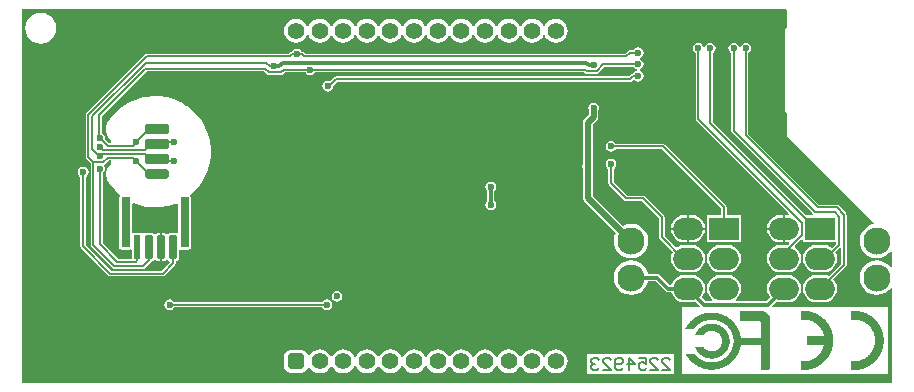
<source format=gbl>
G04*
G04 #@! TF.GenerationSoftware,Altium Limited,Altium Designer,20.0.13 (296)*
G04*
G04 Layer_Physical_Order=2*
G04 Layer_Color=16711680*
%FSLAX25Y25*%
%MOIN*%
G70*
G01*
G75*
%ADD10C,0.01181*%
%ADD31C,0.00787*%
%ADD58C,0.00591*%
%ADD59C,0.01968*%
G04:AMPARAMS|DCode=60|XSize=55.12mil|YSize=55.12mil|CornerRadius=13.78mil|HoleSize=0mil|Usage=FLASHONLY|Rotation=180.000|XOffset=0mil|YOffset=0mil|HoleType=Round|Shape=RoundedRectangle|*
%AMROUNDEDRECTD60*
21,1,0.05512,0.02756,0,0,180.0*
21,1,0.02756,0.05512,0,0,180.0*
1,1,0.02756,-0.01378,0.01378*
1,1,0.02756,0.01378,0.01378*
1,1,0.02756,0.01378,-0.01378*
1,1,0.02756,-0.01378,-0.01378*
%
%ADD60ROUNDEDRECTD60*%
%ADD61C,0.05512*%
%ADD62C,0.02362*%
G04:AMPARAMS|DCode=63|XSize=31.5mil|YSize=78.74mil|CornerRadius=7.87mil|HoleSize=0mil|Usage=FLASHONLY|Rotation=270.000|XOffset=0mil|YOffset=0mil|HoleType=Round|Shape=RoundedRectangle|*
%AMROUNDEDRECTD63*
21,1,0.03150,0.06299,0,0,270.0*
21,1,0.01575,0.07874,0,0,270.0*
1,1,0.01575,-0.03150,-0.00787*
1,1,0.01575,-0.03150,0.00787*
1,1,0.01575,0.03150,0.00787*
1,1,0.01575,0.03150,-0.00787*
%
%ADD63ROUNDEDRECTD63*%
G04:AMPARAMS|DCode=64|XSize=31.5mil|YSize=78.74mil|CornerRadius=3.15mil|HoleSize=0mil|Usage=FLASHONLY|Rotation=270.000|XOffset=0mil|YOffset=0mil|HoleType=Round|Shape=RoundedRectangle|*
%AMROUNDEDRECTD64*
21,1,0.03150,0.07244,0,0,270.0*
21,1,0.02520,0.07874,0,0,270.0*
1,1,0.00630,-0.03622,-0.01260*
1,1,0.00630,-0.03622,0.01260*
1,1,0.00630,0.03622,0.01260*
1,1,0.00630,0.03622,-0.01260*
%
%ADD64ROUNDEDRECTD64*%
G04:AMPARAMS|DCode=65|XSize=27.56mil|YSize=165.35mil|CornerRadius=2.76mil|HoleSize=0mil|Usage=FLASHONLY|Rotation=180.000|XOffset=0mil|YOffset=0mil|HoleType=Round|Shape=RoundedRectangle|*
%AMROUNDEDRECTD65*
21,1,0.02756,0.15984,0,0,180.0*
21,1,0.02205,0.16535,0,0,180.0*
1,1,0.00551,-0.01102,0.07992*
1,1,0.00551,0.01102,0.07992*
1,1,0.00551,0.01102,-0.07992*
1,1,0.00551,-0.01102,-0.07992*
%
%ADD65ROUNDEDRECTD65*%
%ADD66R,0.02362X0.07874*%
G04:AMPARAMS|DCode=67|XSize=23.62mil|YSize=78.74mil|CornerRadius=2.36mil|HoleSize=0mil|Usage=FLASHONLY|Rotation=0.000|XOffset=0mil|YOffset=0mil|HoleType=Round|Shape=RoundedRectangle|*
%AMROUNDEDRECTD67*
21,1,0.02362,0.07402,0,0,0.0*
21,1,0.01890,0.07874,0,0,0.0*
1,1,0.00472,0.00945,-0.03701*
1,1,0.00472,-0.00945,-0.03701*
1,1,0.00472,-0.00945,0.03701*
1,1,0.00472,0.00945,0.03701*
%
%ADD67ROUNDEDRECTD67*%
%ADD68R,0.09843X0.07480*%
%ADD69O,0.09843X0.07480*%
%ADD70O,0.09843X0.07480*%
%ADD71C,0.09055*%
G36*
X256693Y127847D02*
Y122234D01*
X256345Y122002D01*
X255997Y121481D01*
X255875Y120866D01*
Y95079D01*
X255997Y94464D01*
X256345Y93943D01*
X256693Y93711D01*
X256693Y86220D01*
X285649Y57264D01*
X285488Y56791D01*
X285124Y56743D01*
X283735Y56168D01*
X282543Y55253D01*
X281628Y54060D01*
X281052Y52671D01*
X280856Y51181D01*
X281052Y49691D01*
X281628Y48302D01*
X282543Y47110D01*
X283735Y46195D01*
X285124Y45619D01*
X286614Y45423D01*
X288105Y45619D01*
X289493Y46195D01*
X290686Y47110D01*
X291201Y47782D01*
X291702Y47612D01*
Y42545D01*
X291201Y42376D01*
X290686Y43048D01*
X289493Y43963D01*
X288105Y44538D01*
X286614Y44734D01*
X285124Y44538D01*
X283735Y43963D01*
X282543Y43048D01*
X281628Y41855D01*
X281052Y40467D01*
X280856Y38976D01*
X281052Y37486D01*
X281628Y36097D01*
X282543Y34905D01*
X283735Y33990D01*
X285124Y33415D01*
X286614Y33219D01*
X288105Y33415D01*
X289493Y33990D01*
X290686Y34905D01*
X291201Y35577D01*
X291702Y35408D01*
Y3937D01*
X1606Y3937D01*
Y128347D01*
X256193Y128347D01*
X256693Y127847D01*
D02*
G37*
%LPC*%
G36*
X179621Y125232D02*
X178594Y125097D01*
X177636Y124700D01*
X176813Y124069D01*
X176182Y123247D01*
X175955Y122698D01*
X175414D01*
X175186Y123247D01*
X174555Y124069D01*
X173733Y124700D01*
X172775Y125097D01*
X171747Y125232D01*
X170720Y125097D01*
X169762Y124700D01*
X168939Y124069D01*
X168308Y123247D01*
X168081Y122698D01*
X167540D01*
X167312Y123247D01*
X166681Y124069D01*
X165859Y124700D01*
X164901Y125097D01*
X163873Y125232D01*
X162846Y125097D01*
X161888Y124700D01*
X161065Y124069D01*
X160434Y123247D01*
X160207Y122698D01*
X159666D01*
X159438Y123247D01*
X158807Y124069D01*
X157985Y124700D01*
X157027Y125097D01*
X155999Y125232D01*
X154972Y125097D01*
X154014Y124700D01*
X153191Y124069D01*
X152560Y123247D01*
X152333Y122698D01*
X151792D01*
X151564Y123247D01*
X150933Y124069D01*
X150111Y124700D01*
X149153Y125097D01*
X148125Y125232D01*
X147098Y125097D01*
X146140Y124700D01*
X145317Y124069D01*
X144686Y123247D01*
X144459Y122698D01*
X143918D01*
X143690Y123247D01*
X143059Y124069D01*
X142237Y124700D01*
X141279Y125097D01*
X140251Y125232D01*
X139224Y125097D01*
X138266Y124700D01*
X137443Y124069D01*
X136812Y123247D01*
X136585Y122698D01*
X136044D01*
X135816Y123247D01*
X135185Y124069D01*
X134363Y124700D01*
X133405Y125097D01*
X132377Y125232D01*
X131350Y125097D01*
X130392Y124700D01*
X129569Y124069D01*
X128938Y123247D01*
X128711Y122698D01*
X128170D01*
X127942Y123247D01*
X127311Y124069D01*
X126489Y124700D01*
X125531Y125097D01*
X124503Y125232D01*
X123476Y125097D01*
X122518Y124700D01*
X121695Y124069D01*
X121064Y123247D01*
X120837Y122698D01*
X120296D01*
X120068Y123247D01*
X119437Y124069D01*
X118615Y124700D01*
X117657Y125097D01*
X116629Y125232D01*
X115601Y125097D01*
X114644Y124700D01*
X113821Y124069D01*
X113190Y123247D01*
X112963Y122698D01*
X112422D01*
X112194Y123247D01*
X111563Y124069D01*
X110741Y124700D01*
X109783Y125097D01*
X108755Y125232D01*
X107727Y125097D01*
X106770Y124700D01*
X105947Y124069D01*
X105316Y123247D01*
X105089Y122698D01*
X104548D01*
X104320Y123247D01*
X103689Y124069D01*
X102867Y124700D01*
X101909Y125097D01*
X100881Y125232D01*
X99853Y125097D01*
X98896Y124700D01*
X98073Y124069D01*
X97442Y123247D01*
X97215Y122698D01*
X96674D01*
X96446Y123247D01*
X95815Y124069D01*
X94993Y124700D01*
X94035Y125097D01*
X93007Y125232D01*
X91979Y125097D01*
X91022Y124700D01*
X90199Y124069D01*
X89568Y123247D01*
X89171Y122289D01*
X89036Y121261D01*
X89171Y120234D01*
X89568Y119276D01*
X90199Y118454D01*
X91022Y117823D01*
X91979Y117426D01*
X93007Y117290D01*
X94035Y117426D01*
X94993Y117823D01*
X95815Y118454D01*
X96446Y119276D01*
X96674Y119825D01*
X97215D01*
X97442Y119276D01*
X98073Y118454D01*
X98896Y117823D01*
X99853Y117426D01*
X100881Y117290D01*
X101909Y117426D01*
X102867Y117823D01*
X103689Y118454D01*
X104320Y119276D01*
X104548Y119825D01*
X105089D01*
X105316Y119276D01*
X105947Y118454D01*
X106770Y117823D01*
X107727Y117426D01*
X108755Y117290D01*
X109783Y117426D01*
X110741Y117823D01*
X111563Y118454D01*
X112194Y119276D01*
X112422Y119825D01*
X112963D01*
X113190Y119276D01*
X113821Y118454D01*
X114644Y117823D01*
X115601Y117426D01*
X116629Y117290D01*
X117657Y117426D01*
X118615Y117823D01*
X119437Y118454D01*
X120068Y119276D01*
X120296Y119825D01*
X120837D01*
X121064Y119276D01*
X121695Y118454D01*
X122518Y117823D01*
X123476Y117426D01*
X124503Y117290D01*
X125531Y117426D01*
X126489Y117823D01*
X127311Y118454D01*
X127942Y119276D01*
X128170Y119825D01*
X128711D01*
X128938Y119276D01*
X129569Y118454D01*
X130392Y117823D01*
X131350Y117426D01*
X132377Y117290D01*
X133405Y117426D01*
X134363Y117823D01*
X135185Y118454D01*
X135816Y119276D01*
X136044Y119825D01*
X136585D01*
X136812Y119276D01*
X137443Y118454D01*
X138266Y117823D01*
X139224Y117426D01*
X140251Y117290D01*
X141279Y117426D01*
X142237Y117823D01*
X143059Y118454D01*
X143690Y119276D01*
X143918Y119825D01*
X144459D01*
X144686Y119276D01*
X145317Y118454D01*
X146140Y117823D01*
X147098Y117426D01*
X148125Y117290D01*
X149153Y117426D01*
X150111Y117823D01*
X150933Y118454D01*
X151564Y119276D01*
X151792Y119825D01*
X152333D01*
X152560Y119276D01*
X153191Y118454D01*
X154014Y117823D01*
X154972Y117426D01*
X155999Y117290D01*
X157027Y117426D01*
X157985Y117823D01*
X158807Y118454D01*
X159438Y119276D01*
X159666Y119825D01*
X160207D01*
X160434Y119276D01*
X161065Y118454D01*
X161888Y117823D01*
X162846Y117426D01*
X163873Y117290D01*
X164901Y117426D01*
X165859Y117823D01*
X166681Y118454D01*
X167312Y119276D01*
X167540Y119825D01*
X168081D01*
X168308Y119276D01*
X168939Y118454D01*
X169762Y117823D01*
X170720Y117426D01*
X171747Y117290D01*
X172775Y117426D01*
X173733Y117823D01*
X174555Y118454D01*
X175186Y119276D01*
X175414Y119825D01*
X175955D01*
X176182Y119276D01*
X176813Y118454D01*
X177636Y117823D01*
X178594Y117426D01*
X179621Y117290D01*
X180649Y117426D01*
X181607Y117823D01*
X182429Y118454D01*
X183060Y119276D01*
X183457Y120234D01*
X183592Y121261D01*
X183457Y122289D01*
X183060Y123247D01*
X182429Y124069D01*
X181607Y124700D01*
X180649Y125097D01*
X179621Y125232D01*
D02*
G37*
G36*
X7874Y127209D02*
X6538Y127034D01*
X5293Y126518D01*
X4224Y125698D01*
X3403Y124628D01*
X2888Y123383D01*
X2712Y122047D01*
X2888Y120711D01*
X3403Y119466D01*
X4224Y118397D01*
X5293Y117577D01*
X6538Y117061D01*
X7874Y116885D01*
X9210Y117061D01*
X10455Y117577D01*
X11524Y118397D01*
X12345Y119466D01*
X12860Y120711D01*
X13036Y122047D01*
X12860Y123383D01*
X12345Y124628D01*
X11524Y125698D01*
X10455Y126518D01*
X9210Y127034D01*
X7874Y127209D01*
D02*
G37*
G36*
X242914Y117165D02*
X242222Y117028D01*
X241636Y116636D01*
X241245Y116050D01*
X241200Y115825D01*
X240690D01*
X240645Y116050D01*
X240254Y116636D01*
X239668Y117028D01*
X238976Y117165D01*
X238285Y117028D01*
X237699Y116636D01*
X237308Y116050D01*
X237170Y115359D01*
X237308Y114668D01*
X237699Y114082D01*
X238073Y113832D01*
Y87968D01*
X238142Y87623D01*
X238338Y87330D01*
X265365Y60303D01*
X265157Y59803D01*
X263119D01*
X232006Y90917D01*
Y113832D01*
X232380Y114082D01*
X232771Y114668D01*
X232909Y115359D01*
X232771Y116050D01*
X232380Y116636D01*
X231794Y117028D01*
X231102Y117165D01*
X230411Y117028D01*
X229825Y116636D01*
X229434Y116050D01*
X229389Y115825D01*
X228879D01*
X228834Y116050D01*
X228443Y116636D01*
X227857Y117028D01*
X227165Y117165D01*
X226474Y117028D01*
X225888Y116636D01*
X225497Y116050D01*
X225359Y115359D01*
X225497Y114668D01*
X225888Y114082D01*
X226262Y113832D01*
Y91780D01*
X226331Y91434D01*
X226527Y91141D01*
X257423Y60244D01*
X257202Y59796D01*
X256851Y59842D01*
X255965D01*
Y55275D01*
Y50709D01*
X256851D01*
X257202Y50755D01*
X257423Y50307D01*
X256946Y49830D01*
X256851Y49842D01*
X254488D01*
X253306Y49687D01*
X252205Y49230D01*
X251259Y48505D01*
X250533Y47559D01*
X250077Y46457D01*
X249922Y45276D01*
X250077Y44094D01*
X250533Y42992D01*
X251259Y42046D01*
X252205Y41321D01*
X253306Y40865D01*
X254488Y40709D01*
X256851D01*
X258032Y40865D01*
X259134Y41321D01*
X260080Y42046D01*
X260805Y42992D01*
X261262Y44094D01*
X261417Y45276D01*
X261262Y46457D01*
X260805Y47559D01*
X260080Y48505D01*
X259402Y49024D01*
X259328Y49657D01*
X261499Y51828D01*
X261961Y51636D01*
Y50748D01*
X272921D01*
X273064Y50248D01*
X271651Y48834D01*
X271134Y49230D01*
X270032Y49687D01*
X268850Y49842D01*
X266488D01*
X265306Y49687D01*
X264205Y49230D01*
X263259Y48505D01*
X262533Y47559D01*
X262077Y46457D01*
X261922Y45276D01*
X262077Y44094D01*
X262533Y42992D01*
X263259Y42046D01*
X264205Y41321D01*
X265306Y40865D01*
X266488Y40709D01*
X268850D01*
X270032Y40865D01*
X271134Y41321D01*
X272080Y42046D01*
X272805Y42992D01*
X273261Y44094D01*
X273417Y45276D01*
X273261Y46457D01*
X272842Y47471D01*
X274266Y48895D01*
X274766Y48688D01*
Y43650D01*
X270577Y39461D01*
X270032Y39687D01*
X268850Y39842D01*
X266488D01*
X265306Y39687D01*
X264205Y39230D01*
X263259Y38505D01*
X262533Y37559D01*
X262077Y36457D01*
X261922Y35276D01*
X262077Y34094D01*
X262533Y32992D01*
X263259Y32046D01*
X264205Y31321D01*
X265306Y30865D01*
X266488Y30709D01*
X268850D01*
X270032Y30865D01*
X271134Y31321D01*
X272080Y32046D01*
X272805Y32992D01*
X273261Y34094D01*
X273417Y35276D01*
X273261Y36457D01*
X272805Y37559D01*
X272121Y38450D01*
X276308Y42637D01*
X276504Y42930D01*
X276572Y43276D01*
Y59976D01*
X276504Y60321D01*
X276308Y60614D01*
X273908Y63014D01*
X273615Y63210D01*
X273269Y63279D01*
X267343D01*
X243817Y86806D01*
Y113832D01*
X244191Y114082D01*
X244582Y114668D01*
X244720Y115359D01*
X244582Y116050D01*
X244191Y116636D01*
X243605Y117028D01*
X242914Y117165D01*
D02*
G37*
G36*
X207091Y115783D02*
X206400Y115645D01*
X205814Y115254D01*
X205564Y114880D01*
X204231D01*
X203885Y114811D01*
X203592Y114615D01*
X202579Y113602D01*
X95943D01*
X95519Y114026D01*
X95226Y114222D01*
X94880Y114291D01*
X94834D01*
X94584Y114665D01*
X93998Y115056D01*
X93307Y115194D01*
X92616Y115056D01*
X92030Y114665D01*
X91780Y114291D01*
X91734D01*
X91388Y114222D01*
X91095Y114026D01*
X91095Y114026D01*
X90671Y113602D01*
X43330D01*
X42984Y113533D01*
X42691Y113337D01*
X23180Y93826D01*
X23180Y93826D01*
X23180Y93826D01*
X22985Y93533D01*
X22916Y93187D01*
Y85236D01*
X22916Y85236D01*
Y79035D01*
X22985Y78690D01*
X23180Y78397D01*
X24589Y76988D01*
Y49805D01*
X24658Y49459D01*
X24854Y49166D01*
X31843Y42176D01*
X32136Y41980D01*
X32482Y41912D01*
X42126D01*
X42472Y41980D01*
X42765Y42176D01*
X44733Y44145D01*
X44883Y44370D01*
X45039D01*
X45439Y44449D01*
X45777Y44675D01*
X46349D01*
X46687Y44449D01*
X47087Y44370D01*
X47736D01*
Y49114D01*
Y53859D01*
X47087D01*
X46687Y53779D01*
X46349Y53553D01*
X45777D01*
X45439Y53779D01*
X45039Y53859D01*
X43150D01*
X42750Y53779D01*
X42626Y53696D01*
X42126Y53839D01*
Y53839D01*
X38407D01*
Y63450D01*
X38451Y63519D01*
X38907Y63787D01*
X40718Y63124D01*
X40821Y63108D01*
X40916Y63066D01*
X43033Y62588D01*
X43137Y62585D01*
X43236Y62555D01*
X45398Y62351D01*
X45501Y62361D01*
X45604Y62345D01*
X47774Y62418D01*
X47875Y62442D01*
X47978Y62438D01*
X50121Y62788D01*
X50218Y62825D01*
X50322Y62834D01*
X52402Y63455D01*
X52494Y63504D01*
X52595Y63526D01*
X53300Y63840D01*
X53719Y63567D01*
Y54109D01*
X53556Y53977D01*
X53219Y53798D01*
X52913Y53859D01*
X51024D01*
X50624Y53779D01*
X50286Y53553D01*
X49714D01*
X49376Y53779D01*
X48976Y53859D01*
X48327D01*
Y49114D01*
Y44370D01*
X48976D01*
X49376Y44449D01*
X49714Y44675D01*
X50286D01*
X50624Y44449D01*
X50717Y44431D01*
X50879Y43889D01*
X48150Y41159D01*
X31539D01*
X22951Y49747D01*
Y72587D01*
X23325Y72837D01*
X23716Y73423D01*
X23854Y74114D01*
X23716Y74805D01*
X23325Y75392D01*
X22739Y75783D01*
X22047Y75920D01*
X21356Y75783D01*
X20770Y75392D01*
X20379Y74805D01*
X20241Y74114D01*
X20379Y73423D01*
X20770Y72837D01*
X21144Y72587D01*
Y49373D01*
X21213Y49027D01*
X21409Y48735D01*
X30526Y39617D01*
X30819Y39421D01*
X31165Y39353D01*
X48524D01*
X48869Y39421D01*
X49162Y39617D01*
X52607Y43062D01*
X52803Y43355D01*
X52872Y43701D01*
Y44370D01*
X52913D01*
X53313Y44449D01*
X53651Y44675D01*
X53878Y45014D01*
X53957Y45413D01*
Y48075D01*
X54278Y48308D01*
X54457Y48375D01*
X54803Y48306D01*
X57008D01*
X57423Y48388D01*
X57774Y48623D01*
X58009Y48975D01*
X58092Y49390D01*
Y65374D01*
X58009Y65789D01*
X57774Y66140D01*
X57758Y66526D01*
X58482Y67105D01*
X58549Y67184D01*
X58634Y67243D01*
X60143Y68804D01*
X60199Y68891D01*
X60276Y68961D01*
X61574Y70702D01*
X61618Y70796D01*
X61686Y70874D01*
X62750Y72767D01*
X62782Y72865D01*
X62839Y72952D01*
X63653Y74965D01*
X63673Y75067D01*
X63718Y75160D01*
X64268Y77261D01*
X64274Y77364D01*
X64307Y77463D01*
X64585Y79616D01*
X64578Y79720D01*
X64598Y79821D01*
Y82000D01*
X64577Y82103D01*
X64584Y82207D01*
X64303Y84376D01*
X64270Y84474D01*
X64263Y84579D01*
X63705Y86693D01*
X63660Y86787D01*
X63640Y86889D01*
X62815Y88915D01*
X62757Y89002D01*
X62724Y89101D01*
X61646Y91003D01*
X61577Y91082D01*
X61532Y91176D01*
X60217Y92924D01*
X60140Y92993D01*
X60083Y93081D01*
X58554Y94645D01*
X58468Y94704D01*
X58400Y94783D01*
X56683Y96137D01*
X56590Y96185D01*
X56513Y96255D01*
X54636Y97377D01*
X54538Y97412D01*
X54452Y97472D01*
X52447Y98343D01*
X52345Y98365D01*
X52252Y98413D01*
X50151Y99020D01*
X50047Y99028D01*
X49949Y99064D01*
X47787Y99395D01*
X47683Y99391D01*
X47581Y99413D01*
X45395Y99464D01*
X45292Y99446D01*
X45188Y99455D01*
X43013Y99224D01*
X42914Y99193D01*
X42809Y99189D01*
X40683Y98679D01*
X40588Y98636D01*
X40485Y98618D01*
X38441Y97840D01*
X38353Y97785D01*
X38253Y97754D01*
X36327Y96719D01*
X36246Y96653D01*
X36151Y96610D01*
X34374Y95336D01*
X34302Y95259D01*
X34214Y95205D01*
X32615Y93712D01*
X32554Y93628D01*
X32473Y93562D01*
X31079Y91876D01*
X31030Y91785D01*
X30958Y91709D01*
X30154Y90433D01*
X30079Y90236D01*
X29979Y90052D01*
X29734Y89259D01*
X29712Y89050D01*
X29664Y88846D01*
X29632Y88017D01*
X29665Y87809D01*
X29670Y87599D01*
X29854Y86790D01*
X29940Y86599D01*
X30000Y86397D01*
X30387Y85663D01*
X30519Y85500D01*
X30629Y85321D01*
X31193Y84712D01*
X31363Y84589D01*
X31396Y84558D01*
Y83779D01*
X30659D01*
X29306Y85132D01*
X29366Y85433D01*
X29228Y86124D01*
X28836Y86710D01*
X28265Y87092D01*
Y92738D01*
X42371Y106843D01*
X42371Y106843D01*
X43189Y107661D01*
X82400D01*
X83318Y106743D01*
X83611Y106547D01*
X83957Y106479D01*
X88091D01*
X88436Y106547D01*
X88729Y106743D01*
X89350Y107365D01*
X96205D01*
X96454Y106992D01*
X97040Y106600D01*
X97732Y106463D01*
X98423Y106600D01*
X99009Y106992D01*
X99258Y107365D01*
X188996D01*
X189224Y107137D01*
X189517Y106941D01*
X189862Y106872D01*
X189862Y106872D01*
X193209D01*
X193554Y106941D01*
X193847Y107137D01*
X195847Y109136D01*
X205564D01*
X205814Y108762D01*
X206400Y108370D01*
X206625Y108326D01*
Y107816D01*
X206400Y107771D01*
X205814Y107380D01*
X205564Y107006D01*
X205313D01*
X204968Y106937D01*
X204675Y106741D01*
X203957Y106023D01*
X106393D01*
X106393Y106023D01*
X106047Y105954D01*
X105754Y105758D01*
X105754Y105758D01*
X104346Y104350D01*
X104235Y104425D01*
X103543Y104562D01*
X102852Y104425D01*
X102266Y104033D01*
X101874Y103447D01*
X101737Y102756D01*
X101874Y102065D01*
X102266Y101479D01*
X102852Y101087D01*
X103543Y100950D01*
X104235Y101087D01*
X104821Y101479D01*
X105212Y102065D01*
X105350Y102756D01*
X105343Y102792D01*
X106767Y104217D01*
X204331D01*
X204676Y104285D01*
X204969Y104481D01*
X205358Y104870D01*
X205814Y104825D01*
X206400Y104434D01*
X207091Y104296D01*
X207783Y104434D01*
X208369Y104825D01*
X208760Y105411D01*
X208898Y106102D01*
X208760Y106794D01*
X208369Y107380D01*
X207783Y107771D01*
X207558Y107816D01*
Y108326D01*
X207783Y108370D01*
X208369Y108762D01*
X208760Y109348D01*
X208898Y110039D01*
X208760Y110731D01*
X208369Y111317D01*
X207783Y111708D01*
X207558Y111753D01*
Y112263D01*
X207783Y112308D01*
X208369Y112699D01*
X208760Y113285D01*
X208898Y113976D01*
X208760Y114668D01*
X208369Y115254D01*
X207783Y115645D01*
X207091Y115783D01*
D02*
G37*
G36*
X157968Y70902D02*
X157276Y70765D01*
X156691Y70373D01*
X156299Y69787D01*
X156161Y69096D01*
X156299Y68405D01*
X156691Y67819D01*
X156764Y67770D01*
Y64517D01*
X156691Y64468D01*
X156299Y63882D01*
X156161Y63191D01*
X156299Y62499D01*
X156691Y61913D01*
X157276Y61522D01*
X157968Y61384D01*
X158659Y61522D01*
X159245Y61913D01*
X159637Y62499D01*
X159774Y63191D01*
X159637Y63882D01*
X159245Y64468D01*
X159172Y64517D01*
Y67770D01*
X159245Y67819D01*
X159637Y68405D01*
X159774Y69096D01*
X159637Y69787D01*
X159245Y70373D01*
X158659Y70765D01*
X157968Y70902D01*
D02*
G37*
G36*
X224851Y59844D02*
X223965D01*
Y55572D01*
X229378D01*
X229261Y56459D01*
X228805Y57560D01*
X228080Y58506D01*
X227134Y59232D01*
X226032Y59688D01*
X224851Y59844D01*
D02*
G37*
G36*
X223374D02*
X222488D01*
X221306Y59688D01*
X220205Y59232D01*
X219259Y58506D01*
X218533Y57560D01*
X218077Y56459D01*
X217961Y55572D01*
X223374D01*
Y59844D01*
D02*
G37*
G36*
X255374Y59842D02*
X254488D01*
X253306Y59687D01*
X252205Y59230D01*
X251259Y58505D01*
X250533Y57559D01*
X250077Y56458D01*
X249960Y55571D01*
X255374D01*
Y59842D01*
D02*
G37*
G36*
X198031Y84485D02*
X197340Y84348D01*
X196754Y83956D01*
X196363Y83370D01*
X196225Y82679D01*
X196363Y81988D01*
X196754Y81401D01*
X197340Y81010D01*
X198031Y80872D01*
X198723Y81010D01*
X199309Y81401D01*
X199559Y81776D01*
X214979D01*
X234766Y61988D01*
Y59805D01*
X229961D01*
Y50750D01*
X241378D01*
Y59805D01*
X236573D01*
Y62362D01*
X236504Y62708D01*
X236308Y63001D01*
X215991Y83317D01*
X215699Y83513D01*
X215353Y83582D01*
X199559D01*
X199309Y83956D01*
X198723Y84348D01*
X198031Y84485D01*
D02*
G37*
G36*
X229378Y54982D02*
X223965D01*
Y50710D01*
X224851D01*
X226032Y50866D01*
X227134Y51322D01*
X228080Y52048D01*
X228805Y52994D01*
X229261Y54095D01*
X229378Y54982D01*
D02*
G37*
G36*
X223374D02*
X217961D01*
X218077Y54095D01*
X218533Y52994D01*
X219259Y52048D01*
X220205Y51322D01*
X221306Y50866D01*
X222488Y50710D01*
X223374D01*
Y54982D01*
D02*
G37*
G36*
X255374Y54980D02*
X249960D01*
X250077Y54094D01*
X250533Y52992D01*
X251259Y52047D01*
X252205Y51321D01*
X253306Y50865D01*
X254488Y50709D01*
X255374D01*
Y54980D01*
D02*
G37*
G36*
X192220Y97285D02*
X191528Y97148D01*
X190943Y96756D01*
X190551Y96170D01*
X190413Y95479D01*
X190551Y94788D01*
X190614Y94693D01*
Y93186D01*
X189121Y91693D01*
X188772Y91172D01*
X188650Y90557D01*
X188650Y90557D01*
Y76770D01*
X188587Y76675D01*
X188450Y75984D01*
X188587Y75293D01*
X188650Y75198D01*
Y65650D01*
X188650Y65650D01*
X188772Y65035D01*
X189121Y64514D01*
X199690Y53945D01*
X199163Y52671D01*
X198967Y51181D01*
X199163Y49691D01*
X199738Y48302D01*
X200653Y47110D01*
X201846Y46195D01*
X203234Y45619D01*
X204725Y45423D01*
X206215Y45619D01*
X207603Y46195D01*
X208796Y47110D01*
X209711Y48302D01*
X210286Y49691D01*
X210482Y51181D01*
X210286Y52671D01*
X209711Y54060D01*
X208796Y55253D01*
X207603Y56168D01*
X206215Y56743D01*
X204725Y56939D01*
X203234Y56743D01*
X201961Y56215D01*
X191862Y66315D01*
Y75198D01*
X191925Y75293D01*
X192062Y75984D01*
X191925Y76675D01*
X191862Y76770D01*
Y89892D01*
X193355Y91386D01*
X193355Y91386D01*
X193703Y91907D01*
X193825Y92521D01*
Y94693D01*
X193889Y94788D01*
X194026Y95479D01*
X193889Y96170D01*
X193497Y96756D01*
X192911Y97148D01*
X192220Y97285D01*
D02*
G37*
G36*
X236851Y49844D02*
X234488D01*
X233306Y49688D01*
X232205Y49232D01*
X231259Y48506D01*
X230533Y47561D01*
X230077Y46459D01*
X229922Y45277D01*
X230077Y44095D01*
X230533Y42994D01*
X231259Y42048D01*
X232205Y41322D01*
X233306Y40866D01*
X234488Y40710D01*
X236851D01*
X238032Y40866D01*
X239134Y41322D01*
X240080Y42048D01*
X240805Y42994D01*
X241262Y44095D01*
X241417Y45277D01*
X241262Y46459D01*
X240805Y47561D01*
X240080Y48506D01*
X239134Y49232D01*
X238032Y49688D01*
X236851Y49844D01*
D02*
G37*
G36*
X198031Y78580D02*
X197340Y78442D01*
X196754Y78051D01*
X196363Y77464D01*
X196225Y76773D01*
X196363Y76082D01*
X196754Y75496D01*
X197128Y75246D01*
Y70473D01*
X197197Y70127D01*
X197393Y69834D01*
X202511Y64716D01*
X202511Y64716D01*
X202804Y64520D01*
X203150Y64451D01*
X208287D01*
X214057Y58681D01*
Y52362D01*
X214126Y52017D01*
X214322Y51724D01*
X218519Y47526D01*
X218077Y46459D01*
X217922Y45277D01*
X218077Y44095D01*
X218533Y42994D01*
X219259Y42048D01*
X220205Y41322D01*
X221306Y40866D01*
X222488Y40710D01*
X224851D01*
X226032Y40866D01*
X227134Y41322D01*
X228080Y42048D01*
X228805Y42994D01*
X229261Y44095D01*
X229417Y45277D01*
X229261Y46459D01*
X228805Y47561D01*
X228080Y48506D01*
X227134Y49232D01*
X226032Y49688D01*
X224851Y49844D01*
X222488D01*
X221306Y49688D01*
X220205Y49232D01*
X219731Y48869D01*
X215864Y52736D01*
Y59055D01*
X215795Y59401D01*
X215599Y59694D01*
X209300Y65993D01*
X209007Y66189D01*
X208662Y66258D01*
X203524D01*
X198935Y70847D01*
Y75246D01*
X199309Y75496D01*
X199700Y76082D01*
X199838Y76773D01*
X199700Y77464D01*
X199309Y78051D01*
X198723Y78442D01*
X198031Y78580D01*
D02*
G37*
G36*
X106693Y34484D02*
X106002Y34346D01*
X105416Y33955D01*
X105024Y33368D01*
X104887Y32677D01*
X105024Y31986D01*
X105416Y31400D01*
X106002Y31008D01*
X106693Y30871D01*
X107384Y31008D01*
X107970Y31400D01*
X108362Y31986D01*
X108499Y32677D01*
X108362Y33368D01*
X107970Y33955D01*
X107384Y34346D01*
X106693Y34484D01*
D02*
G37*
G36*
X103248Y31729D02*
X102557Y31592D01*
X101971Y31200D01*
X101721Y30826D01*
X52413D01*
X52163Y31200D01*
X51577Y31592D01*
X50886Y31729D01*
X50195Y31592D01*
X49609Y31200D01*
X49217Y30614D01*
X49079Y29923D01*
X49217Y29232D01*
X49609Y28646D01*
X50195Y28254D01*
X50886Y28117D01*
X51577Y28254D01*
X52163Y28646D01*
X52413Y29020D01*
X101721D01*
X101971Y28646D01*
X102557Y28254D01*
X103248Y28117D01*
X103939Y28254D01*
X104525Y28646D01*
X104917Y29232D01*
X105054Y29923D01*
X104917Y30614D01*
X104525Y31200D01*
X103939Y31592D01*
X103248Y31729D01*
D02*
G37*
G36*
X204725Y44734D02*
X203234Y44538D01*
X201846Y43963D01*
X200653Y43048D01*
X199738Y41855D01*
X199163Y40467D01*
X198967Y38976D01*
X199163Y37486D01*
X199738Y36097D01*
X200653Y34905D01*
X201846Y33990D01*
X203234Y33415D01*
X204725Y33219D01*
X206215Y33415D01*
X207603Y33990D01*
X208796Y34905D01*
X209711Y36097D01*
X210286Y37486D01*
X210324Y37772D01*
X212887D01*
X216234Y34426D01*
X216234Y34426D01*
X216624Y34165D01*
X217085Y34073D01*
X217085Y34073D01*
X218087D01*
X218533Y32994D01*
X219259Y32048D01*
X220205Y31322D01*
X221306Y30866D01*
X222488Y30711D01*
X224851D01*
X226032Y30866D01*
X226276Y30967D01*
X227646Y29597D01*
X227455Y29135D01*
X221654D01*
Y6891D01*
X290354D01*
Y29135D01*
X251886D01*
X251694Y29597D01*
X253062Y30966D01*
X253306Y30865D01*
X254488Y30709D01*
X256851D01*
X258032Y30865D01*
X259134Y31321D01*
X260080Y32046D01*
X260805Y32992D01*
X261262Y34094D01*
X261417Y35276D01*
X261262Y36457D01*
X260805Y37559D01*
X260080Y38505D01*
X259134Y39230D01*
X258032Y39687D01*
X256851Y39842D01*
X254488D01*
X253306Y39687D01*
X252205Y39230D01*
X251259Y38505D01*
X250533Y37559D01*
X250077Y36457D01*
X249922Y35276D01*
X250077Y34094D01*
X250533Y32992D01*
X251032Y32342D01*
X249818Y31127D01*
X239701D01*
X239531Y31627D01*
X240080Y32048D01*
X240805Y32994D01*
X241262Y34095D01*
X241417Y35277D01*
X241262Y36459D01*
X240805Y37560D01*
X240080Y38506D01*
X239134Y39232D01*
X238032Y39688D01*
X236851Y39844D01*
X234488D01*
X233306Y39688D01*
X232205Y39232D01*
X231259Y38506D01*
X230533Y37560D01*
X230077Y36459D01*
X229922Y35277D01*
X230077Y34095D01*
X230533Y32994D01*
X231259Y32048D01*
X231808Y31627D01*
X231638Y31127D01*
X229522D01*
X228306Y32343D01*
X228805Y32994D01*
X229261Y34095D01*
X229417Y35277D01*
X229261Y36459D01*
X228805Y37560D01*
X228080Y38506D01*
X227134Y39232D01*
X226032Y39688D01*
X224851Y39844D01*
X222488D01*
X221306Y39688D01*
X220205Y39232D01*
X219259Y38506D01*
X218533Y37560D01*
X218087Y36481D01*
X217584D01*
X214237Y39828D01*
X213847Y40089D01*
X213386Y40181D01*
X213386Y40181D01*
X210324D01*
X210286Y40467D01*
X209711Y41855D01*
X208796Y43048D01*
X207603Y43963D01*
X206215Y44538D01*
X204725Y44734D01*
D02*
G37*
G36*
X179621Y14996D02*
X178594Y14861D01*
X177636Y14464D01*
X176813Y13833D01*
X176182Y13011D01*
X175955Y12462D01*
X175414D01*
X175186Y13011D01*
X174555Y13833D01*
X173733Y14464D01*
X172775Y14861D01*
X171747Y14996D01*
X170720Y14861D01*
X169762Y14464D01*
X168939Y13833D01*
X168308Y13011D01*
X168081Y12462D01*
X167540D01*
X167312Y13011D01*
X166681Y13833D01*
X165859Y14464D01*
X164901Y14861D01*
X163873Y14996D01*
X162846Y14861D01*
X161888Y14464D01*
X161065Y13833D01*
X160434Y13011D01*
X160207Y12462D01*
X159666D01*
X159438Y13011D01*
X158807Y13833D01*
X157985Y14464D01*
X157027Y14861D01*
X155999Y14996D01*
X154972Y14861D01*
X154014Y14464D01*
X153191Y13833D01*
X152560Y13011D01*
X152333Y12462D01*
X151792D01*
X151564Y13011D01*
X150933Y13833D01*
X150111Y14464D01*
X149153Y14861D01*
X148125Y14996D01*
X147098Y14861D01*
X146140Y14464D01*
X145317Y13833D01*
X144686Y13011D01*
X144459Y12462D01*
X143918D01*
X143690Y13011D01*
X143059Y13833D01*
X142237Y14464D01*
X141279Y14861D01*
X140251Y14996D01*
X139224Y14861D01*
X138266Y14464D01*
X137443Y13833D01*
X136812Y13011D01*
X136585Y12462D01*
X136044D01*
X135816Y13011D01*
X135185Y13833D01*
X134363Y14464D01*
X133405Y14861D01*
X132377Y14996D01*
X131350Y14861D01*
X130392Y14464D01*
X129569Y13833D01*
X128938Y13011D01*
X128711Y12462D01*
X128170D01*
X127942Y13011D01*
X127311Y13833D01*
X126489Y14464D01*
X125531Y14861D01*
X124503Y14996D01*
X123476Y14861D01*
X122518Y14464D01*
X121695Y13833D01*
X121064Y13011D01*
X120837Y12462D01*
X120296D01*
X120068Y13011D01*
X119437Y13833D01*
X118615Y14464D01*
X117657Y14861D01*
X116629Y14996D01*
X115601Y14861D01*
X114644Y14464D01*
X113821Y13833D01*
X113190Y13011D01*
X112963Y12462D01*
X112422D01*
X112194Y13011D01*
X111563Y13833D01*
X110741Y14464D01*
X109783Y14861D01*
X108755Y14996D01*
X107727Y14861D01*
X106770Y14464D01*
X105947Y13833D01*
X105316Y13011D01*
X105089Y12462D01*
X104548D01*
X104320Y13011D01*
X103689Y13833D01*
X102867Y14464D01*
X101909Y14861D01*
X100881Y14996D01*
X99853Y14861D01*
X98896Y14464D01*
X98073Y13833D01*
X97442Y13011D01*
X97403Y12916D01*
X96890Y12984D01*
X96878Y13071D01*
X96620Y13694D01*
X96210Y14228D01*
X95676Y14638D01*
X95053Y14896D01*
X94385Y14984D01*
X91629D01*
X90961Y14896D01*
X90339Y14638D01*
X89804Y14228D01*
X89394Y13694D01*
X89136Y13071D01*
X89048Y12403D01*
Y9647D01*
X89136Y8979D01*
X89394Y8357D01*
X89804Y7822D01*
X90339Y7412D01*
X90961Y7154D01*
X91629Y7066D01*
X94385D01*
X95053Y7154D01*
X95676Y7412D01*
X96210Y7822D01*
X96620Y8357D01*
X96878Y8979D01*
X96890Y9067D01*
X97403Y9134D01*
X97442Y9040D01*
X98073Y8217D01*
X98896Y7586D01*
X99853Y7190D01*
X100881Y7054D01*
X101909Y7190D01*
X102867Y7586D01*
X103689Y8217D01*
X104320Y9040D01*
X104548Y9589D01*
X105089D01*
X105316Y9040D01*
X105947Y8217D01*
X106770Y7586D01*
X107727Y7190D01*
X108755Y7054D01*
X109783Y7190D01*
X110741Y7586D01*
X111563Y8217D01*
X112194Y9040D01*
X112422Y9589D01*
X112963D01*
X113190Y9040D01*
X113821Y8217D01*
X114644Y7586D01*
X115601Y7190D01*
X116629Y7054D01*
X117657Y7190D01*
X118615Y7586D01*
X119437Y8217D01*
X120068Y9040D01*
X120296Y9589D01*
X120837D01*
X121064Y9040D01*
X121695Y8217D01*
X122518Y7586D01*
X123476Y7190D01*
X124503Y7054D01*
X125531Y7190D01*
X126489Y7586D01*
X127311Y8217D01*
X127942Y9040D01*
X128170Y9589D01*
X128711D01*
X128938Y9040D01*
X129569Y8217D01*
X130392Y7586D01*
X131350Y7190D01*
X132377Y7054D01*
X133405Y7190D01*
X134363Y7586D01*
X135185Y8217D01*
X135816Y9040D01*
X136044Y9589D01*
X136585D01*
X136812Y9040D01*
X137443Y8217D01*
X138266Y7586D01*
X139224Y7190D01*
X140251Y7054D01*
X141279Y7190D01*
X142237Y7586D01*
X143059Y8217D01*
X143690Y9040D01*
X143918Y9589D01*
X144459D01*
X144686Y9040D01*
X145317Y8217D01*
X146140Y7586D01*
X147098Y7190D01*
X148125Y7054D01*
X149153Y7190D01*
X150111Y7586D01*
X150933Y8217D01*
X151564Y9040D01*
X151792Y9589D01*
X152333D01*
X152560Y9040D01*
X153191Y8217D01*
X154014Y7586D01*
X154972Y7190D01*
X155999Y7054D01*
X157027Y7190D01*
X157985Y7586D01*
X158807Y8217D01*
X159438Y9040D01*
X159666Y9589D01*
X160207D01*
X160434Y9040D01*
X161065Y8217D01*
X161888Y7586D01*
X162846Y7190D01*
X163873Y7054D01*
X164901Y7190D01*
X165859Y7586D01*
X166681Y8217D01*
X167312Y9040D01*
X167540Y9589D01*
X168081D01*
X168308Y9040D01*
X168939Y8217D01*
X169762Y7586D01*
X170720Y7190D01*
X171747Y7054D01*
X172775Y7190D01*
X173733Y7586D01*
X174555Y8217D01*
X175186Y9040D01*
X175414Y9589D01*
X175955D01*
X176182Y9040D01*
X176813Y8217D01*
X177636Y7586D01*
X178594Y7190D01*
X179621Y7054D01*
X180649Y7190D01*
X181607Y7586D01*
X182429Y8217D01*
X183060Y9040D01*
X183457Y9997D01*
X183592Y11025D01*
X183457Y12053D01*
X183060Y13011D01*
X182429Y13833D01*
X181607Y14464D01*
X180649Y14861D01*
X179621Y14996D01*
D02*
G37*
G36*
X219094Y13583D02*
X190100D01*
Y6891D01*
X219094D01*
Y13583D01*
D02*
G37*
%LPD*%
G36*
X31396Y76933D02*
X31264Y76833D01*
X30711Y76215D01*
X30605Y76034D01*
X30475Y75868D01*
X30102Y75127D01*
X30045Y74925D01*
X29963Y74732D01*
X29794Y73919D01*
X29792Y73709D01*
X29763Y73501D01*
X29810Y72673D01*
X29862Y72470D01*
X29888Y72261D01*
X30147Y71473D01*
X30251Y71290D01*
X30329Y71096D01*
X30557Y70749D01*
X30557Y70749D01*
X31152Y69841D01*
X31224Y69766D01*
X31275Y69676D01*
X32687Y68027D01*
X32769Y67963D01*
X32831Y67879D01*
X34201Y66641D01*
X34337Y66191D01*
X34235Y65965D01*
X34117Y65789D01*
X34034Y65374D01*
Y49390D01*
X34117Y48975D01*
X34352Y48623D01*
X34703Y48388D01*
X35118Y48306D01*
X37323D01*
X37689Y48379D01*
X37775Y48364D01*
X38189Y48089D01*
Y45098D01*
X33882D01*
X28563Y50417D01*
Y73835D01*
X28836Y74018D01*
X29228Y74604D01*
X29366Y75295D01*
X29228Y75986D01*
X29170Y76073D01*
X29350Y76704D01*
X29379Y76724D01*
X30691Y78035D01*
X31396D01*
Y76933D01*
D02*
G37*
G36*
X279734Y27843D02*
X280130D01*
Y27794D01*
X280179D01*
Y27843D01*
X280228D01*
Y27794D01*
X280624D01*
Y27744D01*
X280872D01*
Y27695D01*
X281119D01*
Y27645D01*
X281268D01*
Y27596D01*
X281317D01*
Y27645D01*
X281367D01*
Y27596D01*
X281565D01*
Y27547D01*
X281763D01*
Y27497D01*
X281911D01*
Y27448D01*
X282060D01*
Y27398D01*
X282208D01*
Y27349D01*
X282356D01*
Y27299D01*
X282455D01*
Y27250D01*
X282653D01*
Y27200D01*
X282752D01*
Y27151D01*
X282851D01*
Y27101D01*
X282950D01*
Y27052D01*
X283099D01*
Y27002D01*
X283198D01*
Y26953D01*
X283297D01*
Y26903D01*
X283396D01*
Y26854D01*
X283494D01*
Y26804D01*
X283594D01*
Y26755D01*
X283693D01*
Y26705D01*
X283791D01*
Y26656D01*
X283890D01*
Y26606D01*
X283940D01*
Y26557D01*
X284088D01*
Y26507D01*
X284138D01*
Y26458D01*
X284237D01*
Y26408D01*
X284336D01*
Y26359D01*
X284385D01*
Y26309D01*
X284484D01*
Y26260D01*
X284534D01*
Y26210D01*
X284633D01*
Y26161D01*
X284682D01*
Y26112D01*
X284781D01*
Y26062D01*
X284831D01*
Y26013D01*
X284880D01*
Y25963D01*
X284930D01*
Y25914D01*
X285029D01*
Y25864D01*
X285078D01*
Y25815D01*
X285127D01*
Y25765D01*
X285177D01*
Y25716D01*
X285276D01*
Y25666D01*
X285326D01*
Y25617D01*
X285375D01*
Y25567D01*
X285424D01*
Y25518D01*
X285523D01*
Y25468D01*
X285573D01*
Y25419D01*
X285622D01*
Y25369D01*
X285672D01*
Y25320D01*
X285721D01*
Y25270D01*
X285771D01*
Y25221D01*
X285820D01*
Y25171D01*
X285870D01*
Y25122D01*
X285919D01*
Y25072D01*
X285969D01*
Y25023D01*
X286018D01*
Y24973D01*
X286068D01*
Y24924D01*
X286117D01*
Y24874D01*
X286167D01*
Y24825D01*
X286216D01*
Y24775D01*
X286266D01*
Y24726D01*
X286315D01*
Y24676D01*
X286365D01*
Y24627D01*
X286414D01*
Y24577D01*
X286464D01*
Y24528D01*
X286513D01*
Y24478D01*
Y24429D01*
X286612D01*
Y24379D01*
X286662D01*
Y24330D01*
Y24281D01*
X286711D01*
Y24231D01*
X286760D01*
Y24182D01*
X286810D01*
Y24132D01*
X286859D01*
Y24083D01*
Y24033D01*
X286909D01*
Y23984D01*
X286958D01*
Y23934D01*
X287008D01*
Y23885D01*
Y23835D01*
X287057D01*
Y23786D01*
X287107D01*
Y23736D01*
X287156D01*
Y23687D01*
Y23637D01*
X287206D01*
Y23588D01*
X287255D01*
Y23538D01*
Y23489D01*
X287305D01*
Y23439D01*
X287354D01*
Y23390D01*
Y23340D01*
X287404D01*
Y23291D01*
Y23241D01*
X287453D01*
Y23192D01*
Y23142D01*
X287503D01*
Y23093D01*
X287552D01*
Y23043D01*
Y22994D01*
X287602D01*
Y22944D01*
Y22895D01*
X287651D01*
Y22846D01*
X287701D01*
Y22796D01*
Y22747D01*
X287750D01*
Y22697D01*
Y22648D01*
X287800D01*
Y22598D01*
Y22549D01*
X287849D01*
Y22499D01*
Y22450D01*
X287899D01*
Y22400D01*
X287948D01*
Y22351D01*
Y22301D01*
Y22252D01*
X287998D01*
Y22202D01*
Y22153D01*
X288047D01*
Y22103D01*
Y22054D01*
X288097D01*
Y22004D01*
Y21955D01*
X288146D01*
Y21905D01*
Y21856D01*
X288196D01*
Y21806D01*
Y21757D01*
Y21707D01*
X288245D01*
Y21658D01*
Y21608D01*
X288295D01*
Y21559D01*
Y21509D01*
Y21460D01*
X288344D01*
Y21410D01*
Y21361D01*
Y21312D01*
X288393D01*
Y21262D01*
Y21213D01*
Y21163D01*
X288443D01*
Y21113D01*
Y21064D01*
Y21014D01*
X288492D01*
Y20965D01*
Y20916D01*
Y20866D01*
X288542D01*
Y20817D01*
Y20767D01*
Y20718D01*
X288591D01*
Y20668D01*
Y20619D01*
Y20569D01*
Y20520D01*
X288641D01*
Y20470D01*
Y20421D01*
Y20371D01*
Y20322D01*
X288690D01*
Y20272D01*
Y20223D01*
Y20173D01*
Y20124D01*
X288740D01*
Y20074D01*
Y20025D01*
Y19975D01*
Y19926D01*
Y19876D01*
X288789D01*
Y19827D01*
Y19777D01*
Y19728D01*
Y19679D01*
Y19629D01*
Y19579D01*
X288839D01*
Y19530D01*
Y19480D01*
Y19431D01*
Y19382D01*
Y19332D01*
Y19283D01*
Y19233D01*
X288888D01*
Y19184D01*
Y19134D01*
Y19085D01*
Y19035D01*
Y18986D01*
Y18936D01*
Y18887D01*
Y18837D01*
Y18788D01*
Y18738D01*
X288938D01*
Y18689D01*
Y18639D01*
Y18590D01*
Y18540D01*
Y18491D01*
Y18441D01*
Y18392D01*
Y18342D01*
Y18293D01*
Y18243D01*
Y18194D01*
Y18145D01*
Y18095D01*
Y18045D01*
Y17996D01*
Y17946D01*
Y17897D01*
Y17848D01*
Y17798D01*
Y17749D01*
Y17699D01*
Y17650D01*
Y17600D01*
Y17551D01*
Y17501D01*
Y17452D01*
Y17402D01*
Y17353D01*
Y17303D01*
Y17254D01*
X288888D01*
Y17204D01*
Y17155D01*
Y17105D01*
Y17056D01*
Y17006D01*
Y16957D01*
Y16907D01*
Y16858D01*
Y16808D01*
X288839D01*
Y16759D01*
Y16709D01*
Y16660D01*
Y16610D01*
Y16561D01*
Y16511D01*
Y16462D01*
X288789D01*
Y16412D01*
Y16363D01*
Y16314D01*
Y16264D01*
Y16215D01*
Y16165D01*
X288740D01*
Y16116D01*
Y16066D01*
Y16017D01*
Y15967D01*
Y15918D01*
X288690D01*
Y15868D01*
Y15819D01*
Y15769D01*
Y15720D01*
X288641D01*
Y15670D01*
Y15621D01*
Y15571D01*
Y15522D01*
X288591D01*
Y15472D01*
Y15423D01*
Y15373D01*
Y15324D01*
X288542D01*
Y15274D01*
Y15225D01*
Y15175D01*
X288492D01*
Y15126D01*
Y15076D01*
Y15027D01*
X288443D01*
Y14977D01*
Y14928D01*
Y14878D01*
X288393D01*
Y14829D01*
Y14780D01*
Y14730D01*
X288344D01*
Y14681D01*
Y14631D01*
Y14582D01*
X288295D01*
Y14532D01*
Y14483D01*
Y14433D01*
X288245D01*
Y14384D01*
Y14334D01*
X288196D01*
Y14285D01*
Y14235D01*
Y14186D01*
X288146D01*
Y14136D01*
X288097D01*
Y14087D01*
Y14037D01*
Y13988D01*
X288047D01*
Y13938D01*
Y13889D01*
X287998D01*
Y13839D01*
Y13790D01*
Y13740D01*
X287948D01*
Y13691D01*
Y13641D01*
X287899D01*
Y13592D01*
Y13542D01*
X287849D01*
Y13493D01*
Y13443D01*
X287800D01*
Y13394D01*
Y13344D01*
X287750D01*
Y13295D01*
Y13246D01*
X287701D01*
Y13196D01*
X287651D01*
Y13147D01*
Y13097D01*
X287602D01*
Y13047D01*
Y12998D01*
X287552D01*
Y12949D01*
X287503D01*
Y12899D01*
Y12850D01*
X287453D01*
Y12800D01*
Y12751D01*
X287404D01*
Y12701D01*
X287354D01*
Y12652D01*
Y12602D01*
X287305D01*
Y12553D01*
X287255D01*
Y12503D01*
Y12454D01*
X287206D01*
Y12404D01*
X287156D01*
Y12355D01*
Y12305D01*
X287107D01*
Y12256D01*
X287057D01*
Y12206D01*
X287008D01*
Y12157D01*
Y12107D01*
X286958D01*
Y12058D01*
X286909D01*
Y12008D01*
X286859D01*
Y11959D01*
Y11909D01*
X286810D01*
Y11860D01*
X286760D01*
Y11810D01*
X286711D01*
Y11761D01*
X286662D01*
Y11711D01*
Y11662D01*
X286612D01*
Y11613D01*
X286563D01*
Y11563D01*
X286513D01*
Y11513D01*
X286464D01*
Y11464D01*
X286414D01*
Y11415D01*
X286365D01*
Y11365D01*
X286315D01*
Y11316D01*
X286266D01*
Y11266D01*
X286216D01*
Y11217D01*
Y11167D01*
X286167D01*
Y11118D01*
X286117D01*
Y11068D01*
X286068D01*
Y11019D01*
X286018D01*
Y10969D01*
X285969D01*
Y10920D01*
X285919D01*
Y10870D01*
X285870D01*
Y10821D01*
X285820D01*
Y10771D01*
X285721D01*
Y10722D01*
X285672D01*
Y10672D01*
X285622D01*
Y10623D01*
X285573D01*
Y10573D01*
X285523D01*
Y10524D01*
X285474D01*
Y10474D01*
X285424D01*
Y10425D01*
X285375D01*
Y10375D01*
X285276D01*
Y10326D01*
X285226D01*
Y10276D01*
X285177D01*
Y10227D01*
X285078D01*
Y10177D01*
X285029D01*
Y10128D01*
X284979D01*
Y10078D01*
X284880D01*
Y10029D01*
X284831D01*
Y9979D01*
X284781D01*
Y9930D01*
X284682D01*
Y9881D01*
X284633D01*
Y9831D01*
X284534D01*
Y9781D01*
X284484D01*
Y9732D01*
X284385D01*
Y9683D01*
X284336D01*
Y9633D01*
X284237D01*
Y9584D01*
X284138D01*
Y9534D01*
X284039D01*
Y9485D01*
X283940D01*
Y9435D01*
X283890D01*
Y9386D01*
X283791D01*
Y9336D01*
X283742D01*
Y9287D01*
X283643D01*
Y9237D01*
X283544D01*
Y9188D01*
X283445D01*
Y9138D01*
X283346D01*
Y9089D01*
X283198D01*
Y9039D01*
X283099D01*
Y8990D01*
X283000D01*
Y8940D01*
X282901D01*
Y8891D01*
X282752D01*
Y8841D01*
X282653D01*
Y8792D01*
X282505D01*
Y8742D01*
X282356D01*
Y8693D01*
X282257D01*
Y8643D01*
X282109D01*
Y8594D01*
X281911D01*
Y8545D01*
X281763D01*
Y8495D01*
X281565D01*
Y8445D01*
X281367D01*
Y8396D01*
X281169D01*
Y8347D01*
X280921D01*
Y8297D01*
X280624D01*
Y8247D01*
X280328D01*
Y8198D01*
X280031D01*
Y8149D01*
X279932D01*
Y8198D01*
X279833D01*
Y8149D01*
X278299D01*
Y8198D01*
X278200D01*
Y8149D01*
X278101D01*
Y8198D01*
Y8247D01*
Y8297D01*
Y8347D01*
Y8396D01*
Y8445D01*
Y8495D01*
Y8545D01*
Y8594D01*
Y8643D01*
Y8693D01*
Y8742D01*
Y8792D01*
Y8841D01*
Y8891D01*
Y8940D01*
Y8990D01*
Y9039D01*
Y9089D01*
Y9138D01*
Y9188D01*
Y9237D01*
Y9287D01*
Y9336D01*
Y9386D01*
Y9435D01*
Y9485D01*
Y9534D01*
Y9584D01*
Y9633D01*
Y9683D01*
Y9732D01*
Y9781D01*
Y9831D01*
Y9881D01*
Y9930D01*
Y9979D01*
Y10029D01*
Y10078D01*
Y10128D01*
Y10177D01*
Y10227D01*
Y10276D01*
Y10326D01*
Y10375D01*
Y10425D01*
Y10474D01*
Y10524D01*
Y10573D01*
Y10623D01*
Y10672D01*
Y10722D01*
Y10771D01*
Y10821D01*
Y10870D01*
Y10920D01*
Y10969D01*
Y11019D01*
Y11068D01*
Y11118D01*
X278398D01*
Y11068D01*
X278447D01*
Y11118D01*
X278595D01*
Y11068D01*
X279536D01*
Y11118D01*
X279684D01*
Y11068D01*
X279734D01*
Y11118D01*
X280031D01*
Y11167D01*
X280328D01*
Y11217D01*
X280377D01*
Y11167D01*
X280427D01*
Y11217D01*
X280575D01*
Y11266D01*
X280773D01*
Y11316D01*
X280971D01*
Y11365D01*
X281119D01*
Y11415D01*
X281268D01*
Y11464D01*
X281416D01*
Y11513D01*
X281614D01*
Y11563D01*
X281763D01*
Y11613D01*
X281812D01*
Y11662D01*
X281961D01*
Y11711D01*
X282060D01*
Y11761D01*
X282158D01*
Y11810D01*
X282257D01*
Y11860D01*
X282356D01*
Y11909D01*
X282455D01*
Y11959D01*
X282554D01*
Y12008D01*
X282604D01*
Y12058D01*
X282703D01*
Y12107D01*
X282802D01*
Y12157D01*
X282851D01*
Y12206D01*
X282950D01*
Y12256D01*
X283000D01*
Y12305D01*
X283099D01*
Y12355D01*
X283148D01*
Y12404D01*
X283198D01*
Y12454D01*
X283297D01*
Y12503D01*
X283346D01*
Y12553D01*
X283396D01*
Y12602D01*
X283445D01*
Y12652D01*
X283544D01*
Y12701D01*
X283594D01*
Y12751D01*
X283643D01*
Y12800D01*
X283693D01*
Y12850D01*
X283742D01*
Y12899D01*
X283791D01*
Y12949D01*
X283841D01*
Y12998D01*
X283890D01*
Y13047D01*
X283989D01*
Y13097D01*
Y13147D01*
X284039D01*
Y13196D01*
X284088D01*
Y13246D01*
X284138D01*
Y13295D01*
X284187D01*
Y13344D01*
X284237D01*
Y13394D01*
X284286D01*
Y13443D01*
X284336D01*
Y13493D01*
X284385D01*
Y13542D01*
X284435D01*
Y13592D01*
Y13641D01*
X284484D01*
Y13691D01*
X284534D01*
Y13740D01*
X284583D01*
Y13790D01*
X284633D01*
Y13839D01*
Y13889D01*
X284682D01*
Y13938D01*
X284732D01*
Y13988D01*
Y14037D01*
X284781D01*
Y14087D01*
X284831D01*
Y14136D01*
X284880D01*
Y14186D01*
Y14235D01*
X284930D01*
Y14285D01*
X284979D01*
Y14334D01*
Y14384D01*
X285029D01*
Y14433D01*
Y14483D01*
X285078D01*
Y14532D01*
X285127D01*
Y14582D01*
Y14631D01*
X285177D01*
Y14681D01*
Y14730D01*
X285226D01*
Y14780D01*
Y14829D01*
X285276D01*
Y14878D01*
Y14928D01*
X285326D01*
Y14977D01*
Y15027D01*
X285375D01*
Y15076D01*
Y15126D01*
X285424D01*
Y15175D01*
Y15225D01*
Y15274D01*
X285474D01*
Y15324D01*
Y15373D01*
X285523D01*
Y15423D01*
Y15472D01*
X285573D01*
Y15522D01*
Y15571D01*
X285622D01*
Y15621D01*
Y15670D01*
Y15720D01*
X285672D01*
Y15769D01*
X285622D01*
Y15819D01*
X285672D01*
Y15868D01*
X285721D01*
Y15918D01*
X285672D01*
Y15967D01*
X285721D01*
Y16017D01*
X285771D01*
Y16066D01*
X285721D01*
Y16116D01*
X285771D01*
Y16165D01*
Y16215D01*
X285820D01*
Y16264D01*
X285771D01*
Y16314D01*
X285820D01*
Y16363D01*
Y16412D01*
X285870D01*
Y16462D01*
X285820D01*
Y16511D01*
X285870D01*
Y16561D01*
Y16610D01*
Y16660D01*
X285919D01*
Y16709D01*
X285870D01*
Y16759D01*
X285919D01*
Y16808D01*
Y16858D01*
Y16907D01*
Y16957D01*
X285969D01*
Y17006D01*
X285919D01*
Y17056D01*
X285969D01*
Y17105D01*
Y17155D01*
Y17204D01*
Y17254D01*
Y17303D01*
Y17353D01*
X286018D01*
Y17402D01*
Y17452D01*
X285969D01*
Y17501D01*
Y17551D01*
Y17600D01*
X286018D01*
Y17650D01*
Y17699D01*
Y17749D01*
Y17798D01*
Y17848D01*
Y17897D01*
Y17946D01*
Y17996D01*
Y18045D01*
Y18095D01*
Y18145D01*
Y18194D01*
Y18243D01*
Y18293D01*
Y18342D01*
Y18392D01*
Y18441D01*
X285969D01*
Y18491D01*
Y18540D01*
Y18590D01*
X286018D01*
Y18639D01*
Y18689D01*
X285969D01*
Y18738D01*
Y18788D01*
Y18837D01*
Y18887D01*
Y18936D01*
Y18986D01*
X285919D01*
Y19035D01*
X285969D01*
Y19085D01*
X285919D01*
Y19134D01*
Y19184D01*
Y19233D01*
Y19283D01*
X285870D01*
Y19332D01*
X285919D01*
Y19382D01*
X285870D01*
Y19431D01*
Y19480D01*
Y19530D01*
X285820D01*
Y19579D01*
Y19629D01*
Y19679D01*
Y19728D01*
X285771D01*
Y19777D01*
Y19827D01*
Y19876D01*
Y19926D01*
X285721D01*
Y19975D01*
Y20025D01*
Y20074D01*
X285672D01*
Y20124D01*
X285721D01*
Y20173D01*
X285672D01*
Y20223D01*
X285622D01*
Y20272D01*
X285672D01*
Y20322D01*
X285622D01*
Y20371D01*
X285573D01*
Y20421D01*
X285622D01*
Y20470D01*
X285573D01*
Y20520D01*
Y20569D01*
X285523D01*
Y20619D01*
Y20668D01*
X285474D01*
Y20718D01*
Y20767D01*
X285424D01*
Y20817D01*
Y20866D01*
Y20916D01*
X285375D01*
Y20965D01*
Y21014D01*
X285326D01*
Y21064D01*
Y21113D01*
X285276D01*
Y21163D01*
Y21213D01*
X285226D01*
Y21262D01*
Y21312D01*
X285177D01*
Y21361D01*
Y21410D01*
X285127D01*
Y21460D01*
X285078D01*
Y21509D01*
Y21559D01*
X285029D01*
Y21608D01*
Y21658D01*
X284979D01*
Y21707D01*
X284930D01*
Y21757D01*
Y21806D01*
X284880D01*
Y21856D01*
Y21905D01*
X284831D01*
Y21955D01*
X284781D01*
Y22004D01*
X284732D01*
Y22054D01*
Y22103D01*
X284682D01*
Y22153D01*
X284633D01*
Y22202D01*
Y22252D01*
X284583D01*
Y22301D01*
X284534D01*
Y22351D01*
X284484D01*
Y22400D01*
X284435D01*
Y22450D01*
Y22499D01*
X284385D01*
Y22549D01*
X284336D01*
Y22598D01*
X284286D01*
Y22648D01*
X284237D01*
Y22697D01*
X284187D01*
Y22747D01*
X284138D01*
Y22796D01*
X284088D01*
Y22846D01*
X284039D01*
Y22895D01*
X283989D01*
Y22944D01*
X283940D01*
Y22994D01*
X283890D01*
Y23043D01*
X283841D01*
Y23093D01*
X283791D01*
Y23142D01*
X283742D01*
Y23192D01*
X283693D01*
Y23241D01*
X283643D01*
Y23291D01*
X283544D01*
Y23340D01*
Y23390D01*
X283445D01*
Y23439D01*
X283396D01*
Y23489D01*
X283297D01*
Y23538D01*
Y23588D01*
X283198D01*
Y23637D01*
X283148D01*
Y23687D01*
X283049D01*
Y23736D01*
X283000D01*
Y23786D01*
X282950D01*
Y23835D01*
X282851D01*
Y23885D01*
X282752D01*
Y23934D01*
X282703D01*
Y23984D01*
X282604D01*
Y24033D01*
X282505D01*
Y24083D01*
X282455D01*
Y24132D01*
X282356D01*
Y24182D01*
X282257D01*
Y24231D01*
X282158D01*
Y24281D01*
X282060D01*
Y24330D01*
X281911D01*
Y24379D01*
X281812D01*
Y24429D01*
X281713D01*
Y24478D01*
X281565D01*
Y24528D01*
X281416D01*
Y24577D01*
X281268D01*
Y24627D01*
X281119D01*
Y24676D01*
X280971D01*
Y24726D01*
X280773D01*
Y24775D01*
X280575D01*
Y24825D01*
X280328D01*
Y24874D01*
X280130D01*
Y24924D01*
X280080D01*
Y24874D01*
X280031D01*
Y24924D01*
X279734D01*
Y24973D01*
X279684D01*
Y24924D01*
X279486D01*
Y24973D01*
X278645D01*
Y24924D01*
X278447D01*
Y24973D01*
X278398D01*
Y24924D01*
X278101D01*
Y24973D01*
Y25023D01*
Y25072D01*
Y25122D01*
Y25171D01*
Y25221D01*
Y25270D01*
Y25320D01*
Y25369D01*
Y25419D01*
Y25468D01*
Y25518D01*
Y25567D01*
Y25617D01*
Y25666D01*
Y25716D01*
Y25765D01*
Y25815D01*
Y25864D01*
Y25914D01*
Y25963D01*
Y26013D01*
Y26062D01*
Y26112D01*
Y26161D01*
Y26210D01*
Y26260D01*
Y26309D01*
Y26359D01*
Y26408D01*
Y26458D01*
Y26507D01*
Y26557D01*
Y26606D01*
Y26656D01*
Y26705D01*
Y26755D01*
Y26804D01*
Y26854D01*
Y26903D01*
Y26953D01*
Y27002D01*
Y27052D01*
Y27101D01*
Y27151D01*
Y27200D01*
Y27250D01*
Y27299D01*
Y27349D01*
Y27398D01*
Y27448D01*
Y27497D01*
Y27547D01*
Y27596D01*
Y27645D01*
Y27695D01*
Y27744D01*
Y27794D01*
Y27843D01*
X278398D01*
Y27893D01*
X278645D01*
Y27843D01*
X278695D01*
Y27893D01*
X279734D01*
Y27843D01*
D02*
G37*
G36*
X262909D02*
X263404D01*
Y27794D01*
X263750D01*
Y27744D01*
X264047D01*
Y27695D01*
X264295D01*
Y27645D01*
X264542D01*
Y27596D01*
X264740D01*
Y27547D01*
X264888D01*
Y27497D01*
X265086D01*
Y27448D01*
X265235D01*
Y27398D01*
X265334D01*
Y27349D01*
X265482D01*
Y27299D01*
X265680D01*
Y27250D01*
X265779D01*
Y27200D01*
X265878D01*
Y27151D01*
X266026D01*
Y27101D01*
X266175D01*
Y27052D01*
X266224D01*
Y27002D01*
X266373D01*
Y26953D01*
X266472D01*
Y26903D01*
X266571D01*
Y26854D01*
X266670D01*
Y26804D01*
X266769D01*
Y26755D01*
X266868D01*
Y26705D01*
X266967D01*
Y26656D01*
X267016D01*
Y26606D01*
X267165D01*
Y26557D01*
X267214D01*
Y26507D01*
X267313D01*
Y26458D01*
X267412D01*
Y26408D01*
X267461D01*
Y26359D01*
X267511D01*
Y26309D01*
X267610D01*
Y26260D01*
X267709D01*
Y26210D01*
X267758D01*
Y26161D01*
X267808D01*
Y26112D01*
X267907D01*
Y26062D01*
X268006D01*
Y26013D01*
X268055D01*
Y25963D01*
X268105D01*
Y25914D01*
X268154D01*
Y25864D01*
X268253D01*
Y25815D01*
X268303D01*
Y25765D01*
X268352D01*
Y25716D01*
X268402D01*
Y25666D01*
X268501D01*
Y25617D01*
X268550D01*
Y25567D01*
X268600D01*
Y25518D01*
X268649D01*
Y25468D01*
X268699D01*
Y25419D01*
X268748D01*
Y25369D01*
X268847D01*
Y25320D01*
X268897D01*
Y25270D01*
X268946D01*
Y25221D01*
X268995D01*
Y25171D01*
X269045D01*
Y25122D01*
X269094D01*
Y25072D01*
X269144D01*
Y25023D01*
X269194D01*
Y24973D01*
X269243D01*
Y24924D01*
X269292D01*
Y24874D01*
X269342D01*
Y24825D01*
X269391D01*
Y24775D01*
X269441D01*
Y24726D01*
X269490D01*
Y24676D01*
X269540D01*
Y24627D01*
X269589D01*
Y24577D01*
X269639D01*
Y24528D01*
X269688D01*
Y24478D01*
X269738D01*
Y24429D01*
Y24379D01*
X269787D01*
Y24330D01*
X269837D01*
Y24281D01*
X269886D01*
Y24231D01*
X269936D01*
Y24182D01*
Y24132D01*
X269985D01*
Y24083D01*
X270035D01*
Y24033D01*
X270084D01*
Y23984D01*
X270134D01*
Y23934D01*
Y23885D01*
X270183D01*
Y23835D01*
X270233D01*
Y23786D01*
X270282D01*
Y23736D01*
Y23687D01*
X270332D01*
Y23637D01*
X270381D01*
Y23588D01*
Y23538D01*
X270431D01*
Y23489D01*
X270480D01*
Y23439D01*
Y23390D01*
X270530D01*
Y23340D01*
X270579D01*
Y23291D01*
Y23241D01*
X270628D01*
Y23192D01*
Y23142D01*
X270678D01*
Y23093D01*
X270727D01*
Y23043D01*
Y22994D01*
X270777D01*
Y22944D01*
Y22895D01*
X270827D01*
Y22846D01*
Y22796D01*
X270876D01*
Y22747D01*
X270925D01*
Y22697D01*
Y22648D01*
X270975D01*
Y22598D01*
Y22549D01*
X271024D01*
Y22499D01*
Y22450D01*
X271074D01*
Y22400D01*
Y22351D01*
X271123D01*
Y22301D01*
Y22252D01*
X271173D01*
Y22202D01*
Y22153D01*
X271222D01*
Y22103D01*
Y22054D01*
Y22004D01*
X271272D01*
Y21955D01*
Y21905D01*
X271321D01*
Y21856D01*
Y21806D01*
X271371D01*
Y21757D01*
Y21707D01*
Y21658D01*
X271420D01*
Y21608D01*
Y21559D01*
X271470D01*
Y21509D01*
Y21460D01*
Y21410D01*
X271519D01*
Y21361D01*
Y21312D01*
Y21262D01*
X271569D01*
Y21213D01*
Y21163D01*
Y21113D01*
X271618D01*
Y21064D01*
Y21014D01*
Y20965D01*
X271668D01*
Y20916D01*
Y20866D01*
Y20817D01*
X271717D01*
Y20767D01*
Y20718D01*
Y20668D01*
X271767D01*
Y20619D01*
Y20569D01*
Y20520D01*
Y20470D01*
X271816D01*
Y20421D01*
Y20371D01*
Y20322D01*
Y20272D01*
X271866D01*
Y20223D01*
Y20173D01*
Y20124D01*
Y20074D01*
Y20025D01*
X271915D01*
Y19975D01*
Y19926D01*
Y19876D01*
X271965D01*
Y19827D01*
Y19777D01*
Y19728D01*
Y19679D01*
Y19629D01*
X272014D01*
Y19579D01*
Y19530D01*
Y19480D01*
Y19431D01*
Y19382D01*
Y19332D01*
Y19283D01*
X272064D01*
Y19233D01*
Y19184D01*
X272014D01*
Y19134D01*
X272064D01*
Y19085D01*
Y19035D01*
Y18986D01*
Y18936D01*
Y18887D01*
Y18837D01*
Y18788D01*
X272113D01*
Y18738D01*
Y18689D01*
Y18639D01*
X272064D01*
Y18590D01*
Y18540D01*
X272113D01*
Y18491D01*
Y18441D01*
Y18392D01*
Y18342D01*
Y18293D01*
Y18243D01*
Y18194D01*
Y18145D01*
Y18095D01*
Y18045D01*
Y17996D01*
Y17946D01*
Y17897D01*
Y17848D01*
Y17798D01*
Y17749D01*
Y17699D01*
Y17650D01*
Y17600D01*
Y17551D01*
Y17501D01*
Y17452D01*
X272064D01*
Y17402D01*
X272113D01*
Y17353D01*
Y17303D01*
Y17254D01*
X272064D01*
Y17204D01*
Y17155D01*
Y17105D01*
Y17056D01*
Y17006D01*
Y16957D01*
Y16907D01*
X272014D01*
Y16858D01*
X272064D01*
Y16808D01*
Y16759D01*
X272014D01*
Y16709D01*
Y16660D01*
Y16610D01*
Y16561D01*
Y16511D01*
Y16462D01*
Y16412D01*
X271965D01*
Y16363D01*
Y16314D01*
Y16264D01*
Y16215D01*
Y16165D01*
X271915D01*
Y16116D01*
Y16066D01*
Y16017D01*
Y15967D01*
X271866D01*
Y15918D01*
Y15868D01*
Y15819D01*
Y15769D01*
X271816D01*
Y15720D01*
Y15670D01*
Y15621D01*
Y15571D01*
X271767D01*
Y15522D01*
Y15472D01*
Y15423D01*
Y15373D01*
X271717D01*
Y15324D01*
Y15274D01*
Y15225D01*
X271668D01*
Y15175D01*
Y15126D01*
Y15076D01*
Y15027D01*
X271618D01*
Y14977D01*
Y14928D01*
Y14878D01*
X271569D01*
Y14829D01*
Y14780D01*
X271519D01*
Y14730D01*
Y14681D01*
Y14631D01*
X271470D01*
Y14582D01*
Y14532D01*
Y14483D01*
X271420D01*
Y14433D01*
Y14384D01*
Y14334D01*
X271371D01*
Y14285D01*
Y14235D01*
X271321D01*
Y14186D01*
Y14136D01*
X271272D01*
Y14087D01*
Y14037D01*
Y13988D01*
X271222D01*
Y13938D01*
Y13889D01*
X271173D01*
Y13839D01*
Y13790D01*
X271123D01*
Y13740D01*
Y13691D01*
X271074D01*
Y13641D01*
Y13592D01*
X271024D01*
Y13542D01*
Y13493D01*
X270975D01*
Y13443D01*
Y13394D01*
X270925D01*
Y13344D01*
Y13295D01*
X270876D01*
Y13246D01*
Y13196D01*
X270827D01*
Y13147D01*
Y13097D01*
X270777D01*
Y13047D01*
X270727D01*
Y12998D01*
Y12949D01*
X270678D01*
Y12899D01*
Y12850D01*
X270628D01*
Y12800D01*
X270579D01*
Y12751D01*
Y12701D01*
X270530D01*
Y12652D01*
X270480D01*
Y12602D01*
Y12553D01*
X270431D01*
Y12503D01*
X270381D01*
Y12454D01*
Y12404D01*
X270332D01*
Y12355D01*
X270282D01*
Y12305D01*
Y12256D01*
X270233D01*
Y12206D01*
X270183D01*
Y12157D01*
X270134D01*
Y12107D01*
Y12058D01*
X270084D01*
Y12008D01*
X270035D01*
Y11959D01*
X269985D01*
Y11909D01*
X269936D01*
Y11860D01*
Y11810D01*
X269886D01*
Y11761D01*
X269837D01*
Y11711D01*
X269787D01*
Y11662D01*
X269738D01*
Y11613D01*
Y11563D01*
X269688D01*
Y11513D01*
X269639D01*
Y11464D01*
X269589D01*
Y11415D01*
X269540D01*
Y11365D01*
X269490D01*
Y11316D01*
X269441D01*
Y11266D01*
X269391D01*
Y11217D01*
X269342D01*
Y11167D01*
X269292D01*
Y11118D01*
X269243D01*
Y11068D01*
X269194D01*
Y11019D01*
X269144D01*
Y10969D01*
X269094D01*
Y10920D01*
X269045D01*
Y10870D01*
X268995D01*
Y10821D01*
X268946D01*
Y10771D01*
X268897D01*
Y10722D01*
X268847D01*
Y10672D01*
X268798D01*
Y10623D01*
X268748D01*
Y10573D01*
X268699D01*
Y10524D01*
X268649D01*
Y10474D01*
X268550D01*
Y10425D01*
X268501D01*
Y10375D01*
X268451D01*
Y10326D01*
X268402D01*
Y10276D01*
X268303D01*
Y10227D01*
X268253D01*
Y10177D01*
X268204D01*
Y10128D01*
X268105D01*
Y10078D01*
X268055D01*
Y10029D01*
X268006D01*
Y9979D01*
X267907D01*
Y9930D01*
X267857D01*
Y9881D01*
X267758D01*
Y9831D01*
X267709D01*
Y9781D01*
X267610D01*
Y9732D01*
X267561D01*
Y9683D01*
X267461D01*
Y9633D01*
X267412D01*
Y9584D01*
X267313D01*
Y9534D01*
X267214D01*
Y9485D01*
X267165D01*
Y9435D01*
X267066D01*
Y9386D01*
X266967D01*
Y9336D01*
X266868D01*
Y9287D01*
X266769D01*
Y9237D01*
X266670D01*
Y9188D01*
X266571D01*
Y9138D01*
X266472D01*
Y9089D01*
X266373D01*
Y9039D01*
X266274D01*
Y8990D01*
X266175D01*
Y8940D01*
X266026D01*
Y8891D01*
X265878D01*
Y8841D01*
X265779D01*
Y8792D01*
X265680D01*
Y8742D01*
X265532D01*
Y8693D01*
X265383D01*
Y8643D01*
X265235D01*
Y8594D01*
X265086D01*
Y8545D01*
X264938D01*
Y8495D01*
X264740D01*
Y8445D01*
X264542D01*
Y8396D01*
X264344D01*
Y8347D01*
X264097D01*
Y8297D01*
X263800D01*
Y8247D01*
X263453D01*
Y8198D01*
X263206D01*
Y8149D01*
X263107D01*
Y8198D01*
X263008D01*
Y8149D01*
X261424D01*
Y8198D01*
X261375D01*
Y8149D01*
X261227D01*
Y8198D01*
Y8247D01*
Y8297D01*
Y8347D01*
Y8396D01*
Y8445D01*
Y8495D01*
Y8545D01*
Y8594D01*
Y8643D01*
Y8693D01*
Y8742D01*
Y8792D01*
Y8841D01*
Y8891D01*
Y8940D01*
Y8990D01*
Y9039D01*
Y9089D01*
Y9138D01*
Y9188D01*
Y9237D01*
Y9287D01*
Y9336D01*
Y9386D01*
Y9435D01*
Y9485D01*
Y9534D01*
Y9584D01*
Y9633D01*
Y9683D01*
Y9732D01*
Y9781D01*
Y9831D01*
Y9881D01*
Y9930D01*
Y9979D01*
Y10029D01*
Y10078D01*
Y10128D01*
Y10177D01*
Y10227D01*
Y10276D01*
Y10326D01*
Y10375D01*
Y10425D01*
Y10474D01*
Y10524D01*
Y10573D01*
Y10623D01*
Y10672D01*
Y10722D01*
Y10771D01*
Y10821D01*
Y10870D01*
Y10920D01*
Y10969D01*
Y11019D01*
Y11068D01*
Y11118D01*
Y11167D01*
X261276D01*
Y11118D01*
X261523D01*
Y11068D01*
X261573D01*
Y11118D01*
X261771D01*
Y11068D01*
X262711D01*
Y11118D01*
X262859D01*
Y11068D01*
X262909D01*
Y11118D01*
X263206D01*
Y11167D01*
X263255D01*
Y11118D01*
X263305D01*
Y11167D01*
X263503D01*
Y11217D01*
X263552D01*
Y11167D01*
X263602D01*
Y11217D01*
X263750D01*
Y11266D01*
X263948D01*
Y11316D01*
X263998D01*
Y11266D01*
X264047D01*
Y11316D01*
X264195D01*
Y11365D01*
X264295D01*
Y11415D01*
X264443D01*
Y11464D01*
X264591D01*
Y11513D01*
X264740D01*
Y11563D01*
X264888D01*
Y11613D01*
X265037D01*
Y11662D01*
X265086D01*
Y11711D01*
X265235D01*
Y11761D01*
X265334D01*
Y11810D01*
X265433D01*
Y11860D01*
X265532D01*
Y11909D01*
X265631D01*
Y11959D01*
X265730D01*
Y12008D01*
X265779D01*
Y12058D01*
X265878D01*
Y12107D01*
X265928D01*
Y12157D01*
X266026D01*
Y12206D01*
X266076D01*
Y12256D01*
X266175D01*
Y12305D01*
X266224D01*
Y12355D01*
X266323D01*
Y12404D01*
X266373D01*
Y12454D01*
X266422D01*
Y12503D01*
X266521D01*
Y12553D01*
X266571D01*
Y12602D01*
X266620D01*
Y12652D01*
X266670D01*
Y12701D01*
X266769D01*
Y12751D01*
X266818D01*
Y12800D01*
X266868D01*
Y12850D01*
X266917D01*
Y12899D01*
X266967D01*
Y12949D01*
X267016D01*
Y12998D01*
X267066D01*
Y13047D01*
X267115D01*
Y13097D01*
X267165D01*
Y13147D01*
X267214D01*
Y13196D01*
X267264D01*
Y13246D01*
X267313D01*
Y13295D01*
X267362D01*
Y13344D01*
X267412D01*
Y13394D01*
X267461D01*
Y13443D01*
X267511D01*
Y13493D01*
X267561D01*
Y13542D01*
Y13592D01*
X267610D01*
Y13641D01*
X267659D01*
Y13691D01*
X267709D01*
Y13740D01*
X267758D01*
Y13790D01*
Y13839D01*
X267808D01*
Y13889D01*
X267857D01*
Y13938D01*
X267907D01*
Y13988D01*
Y14037D01*
X267956D01*
Y14087D01*
X268006D01*
Y14136D01*
Y14186D01*
X268055D01*
Y14235D01*
X268105D01*
Y14285D01*
Y14334D01*
X268154D01*
Y14384D01*
X268204D01*
Y14433D01*
Y14483D01*
X268253D01*
Y14532D01*
Y14582D01*
X268303D01*
Y14631D01*
X268352D01*
Y14681D01*
Y14730D01*
X268402D01*
Y14780D01*
Y14829D01*
X268451D01*
Y14878D01*
Y14928D01*
X268501D01*
Y14977D01*
Y15027D01*
X268550D01*
Y15076D01*
Y15126D01*
Y15175D01*
X268600D01*
Y15225D01*
Y15274D01*
X268649D01*
Y15324D01*
Y15373D01*
Y15423D01*
X268699D01*
Y15472D01*
Y15522D01*
X268748D01*
Y15571D01*
Y15621D01*
Y15670D01*
X268798D01*
Y15720D01*
Y15769D01*
Y15819D01*
X268847D01*
Y15868D01*
Y15918D01*
Y15967D01*
Y16017D01*
X268897D01*
Y16066D01*
Y16116D01*
Y16165D01*
X268946D01*
Y16215D01*
Y16264D01*
Y16314D01*
Y16363D01*
X268995D01*
Y16412D01*
Y16462D01*
Y16511D01*
Y16561D01*
X263255D01*
Y16610D01*
Y16660D01*
Y16709D01*
Y16759D01*
Y16808D01*
Y16858D01*
Y16907D01*
Y16957D01*
Y17006D01*
Y17056D01*
Y17105D01*
Y17155D01*
Y17204D01*
Y17254D01*
Y17303D01*
Y17353D01*
Y17402D01*
Y17452D01*
Y17501D01*
Y17551D01*
Y17600D01*
Y17650D01*
Y17699D01*
Y17749D01*
Y17798D01*
Y17848D01*
Y17897D01*
Y17946D01*
Y17996D01*
Y18045D01*
Y18095D01*
Y18145D01*
Y18194D01*
Y18243D01*
Y18293D01*
Y18342D01*
Y18392D01*
Y18441D01*
Y18491D01*
Y18540D01*
Y18590D01*
Y18639D01*
Y18689D01*
Y18738D01*
Y18788D01*
Y18837D01*
Y18887D01*
Y18936D01*
Y18986D01*
Y19035D01*
Y19085D01*
Y19134D01*
Y19184D01*
Y19233D01*
Y19283D01*
Y19332D01*
Y19382D01*
Y19431D01*
Y19480D01*
X268995D01*
Y19530D01*
Y19579D01*
Y19629D01*
Y19679D01*
X268946D01*
Y19728D01*
Y19777D01*
Y19827D01*
Y19876D01*
Y19926D01*
X268897D01*
Y19975D01*
Y20025D01*
X268847D01*
Y20074D01*
Y20124D01*
Y20173D01*
Y20223D01*
X268798D01*
Y20272D01*
Y20322D01*
Y20371D01*
X268748D01*
Y20421D01*
Y20470D01*
X268699D01*
Y20520D01*
Y20569D01*
Y20619D01*
X268649D01*
Y20668D01*
Y20718D01*
X268600D01*
Y20767D01*
Y20817D01*
Y20866D01*
X268550D01*
Y20916D01*
Y20965D01*
Y21014D01*
X268501D01*
Y21064D01*
X268451D01*
Y21113D01*
Y21163D01*
X268402D01*
Y21213D01*
Y21262D01*
Y21312D01*
X268352D01*
Y21361D01*
Y21410D01*
X268303D01*
Y21460D01*
X268253D01*
Y21509D01*
Y21559D01*
X268204D01*
Y21608D01*
X268154D01*
Y21658D01*
Y21707D01*
X268105D01*
Y21757D01*
Y21806D01*
X268055D01*
Y21856D01*
X268006D01*
Y21905D01*
Y21955D01*
X267956D01*
Y22004D01*
X267907D01*
Y22054D01*
Y22103D01*
X267857D01*
Y22153D01*
X267808D01*
Y22202D01*
X267758D01*
Y22252D01*
Y22301D01*
X267709D01*
Y22351D01*
X267659D01*
Y22400D01*
X267610D01*
Y22450D01*
X267561D01*
Y22499D01*
X267511D01*
Y22549D01*
Y22598D01*
X267461D01*
Y22648D01*
X267412D01*
Y22697D01*
X267362D01*
Y22747D01*
X267313D01*
Y22796D01*
X267264D01*
Y22846D01*
X267214D01*
Y22895D01*
X267165D01*
Y22944D01*
X267115D01*
Y22994D01*
X267066D01*
Y23043D01*
X267016D01*
Y23093D01*
X266967D01*
Y23142D01*
X266868D01*
Y23192D01*
X266818D01*
Y23241D01*
Y23291D01*
X266719D01*
Y23340D01*
X266670D01*
Y23390D01*
X266620D01*
Y23439D01*
X266521D01*
Y23489D01*
Y23538D01*
X266422D01*
Y23588D01*
X266373D01*
Y23637D01*
X266323D01*
Y23687D01*
X266224D01*
Y23736D01*
X266175D01*
Y23786D01*
X266076D01*
Y23835D01*
X266026D01*
Y23885D01*
X265928D01*
Y23934D01*
X265878D01*
Y23984D01*
X265779D01*
Y24033D01*
X265680D01*
Y24083D01*
X265581D01*
Y24132D01*
X265532D01*
Y24182D01*
X265433D01*
Y24231D01*
X265334D01*
Y24281D01*
X265185D01*
Y24330D01*
X265086D01*
Y24379D01*
X265037D01*
Y24429D01*
X264888D01*
Y24478D01*
X264740D01*
Y24528D01*
X264591D01*
Y24577D01*
X264443D01*
Y24627D01*
X264295D01*
Y24676D01*
X264195D01*
Y24726D01*
X263948D01*
Y24775D01*
X263750D01*
Y24825D01*
X263602D01*
Y24874D01*
X263552D01*
Y24825D01*
X263503D01*
Y24874D01*
X263305D01*
Y24924D01*
X263255D01*
Y24874D01*
X263206D01*
Y24924D01*
X262909D01*
Y24973D01*
X262859D01*
Y24924D01*
X262662D01*
Y24973D01*
X261771D01*
Y24924D01*
X261573D01*
Y24973D01*
X261523D01*
Y24924D01*
X261276D01*
Y24874D01*
X261227D01*
Y24924D01*
Y24973D01*
Y25023D01*
Y25072D01*
Y25122D01*
Y25171D01*
Y25221D01*
Y25270D01*
Y25320D01*
Y25369D01*
Y25419D01*
Y25468D01*
Y25518D01*
Y25567D01*
Y25617D01*
Y25666D01*
Y25716D01*
Y25765D01*
Y25815D01*
Y25864D01*
Y25914D01*
Y25963D01*
Y26013D01*
Y26062D01*
Y26112D01*
Y26161D01*
Y26210D01*
Y26260D01*
Y26309D01*
Y26359D01*
Y26408D01*
Y26458D01*
Y26507D01*
Y26557D01*
Y26606D01*
Y26656D01*
Y26705D01*
Y26755D01*
Y26804D01*
Y26854D01*
Y26903D01*
Y26953D01*
Y27002D01*
Y27052D01*
Y27101D01*
Y27151D01*
Y27200D01*
Y27250D01*
Y27299D01*
Y27349D01*
Y27398D01*
Y27448D01*
Y27497D01*
Y27547D01*
Y27596D01*
Y27645D01*
Y27695D01*
Y27744D01*
Y27794D01*
Y27843D01*
X261523D01*
Y27893D01*
X261820D01*
Y27843D01*
X261870D01*
Y27893D01*
X262909D01*
Y27843D01*
D02*
G37*
G36*
X247866Y27794D02*
X248410D01*
Y27744D01*
X248657D01*
Y27695D01*
X248905D01*
Y27645D01*
X249004D01*
Y27596D01*
X249103D01*
Y27547D01*
X249202D01*
Y27497D01*
X249350D01*
Y27448D01*
X249449D01*
Y27398D01*
X249499D01*
Y27349D01*
X249647D01*
Y27299D01*
X249696D01*
Y27250D01*
X249796D01*
Y27200D01*
X249845D01*
Y27151D01*
X249894D01*
Y27101D01*
X249993D01*
Y27052D01*
X250043D01*
Y27002D01*
X250092D01*
Y26953D01*
X250142D01*
Y26903D01*
X250191D01*
Y26854D01*
X250241D01*
Y26804D01*
X250290D01*
Y26755D01*
X250340D01*
Y26705D01*
X250389D01*
Y26656D01*
X250439D01*
Y26606D01*
X250488D01*
Y26557D01*
X250538D01*
Y26507D01*
Y26458D01*
X250587D01*
Y26408D01*
X250637D01*
Y26359D01*
Y26309D01*
X250686D01*
Y26260D01*
Y26210D01*
X250785D01*
Y26161D01*
Y26112D01*
X250835D01*
Y26062D01*
Y26013D01*
X250884D01*
Y25963D01*
Y25914D01*
Y25864D01*
X250934D01*
Y25815D01*
Y25765D01*
X250983D01*
Y25716D01*
Y25666D01*
Y25617D01*
X251033D01*
Y25567D01*
Y25518D01*
Y25468D01*
X251082D01*
Y25419D01*
Y25369D01*
X251132D01*
Y25320D01*
Y25270D01*
Y25221D01*
Y25171D01*
Y25122D01*
Y25072D01*
X251181D01*
Y25023D01*
Y24973D01*
Y24924D01*
Y24874D01*
Y24825D01*
Y24775D01*
Y24726D01*
Y24676D01*
Y24627D01*
Y24577D01*
Y24528D01*
Y24478D01*
Y24429D01*
Y24379D01*
Y24330D01*
Y24281D01*
Y24231D01*
Y24182D01*
Y24132D01*
Y24083D01*
Y24033D01*
Y23984D01*
Y23934D01*
Y23885D01*
Y23835D01*
Y23786D01*
Y23736D01*
Y23687D01*
Y23637D01*
Y23588D01*
Y23538D01*
Y23489D01*
Y23439D01*
Y23390D01*
Y23340D01*
Y23291D01*
Y23241D01*
Y23192D01*
Y23142D01*
Y23093D01*
Y23043D01*
Y22994D01*
Y22944D01*
Y22895D01*
Y22846D01*
Y22796D01*
Y22747D01*
Y22697D01*
Y22648D01*
Y22598D01*
Y22549D01*
Y22499D01*
Y22450D01*
Y22400D01*
Y22351D01*
Y22301D01*
Y22252D01*
Y22202D01*
Y22153D01*
Y22103D01*
Y22054D01*
Y22004D01*
Y21955D01*
Y21905D01*
Y21856D01*
Y21806D01*
Y21757D01*
Y21707D01*
Y21658D01*
Y21608D01*
Y21559D01*
Y21509D01*
Y21460D01*
Y21410D01*
Y21361D01*
Y21312D01*
Y21262D01*
Y21213D01*
Y21163D01*
Y21113D01*
Y21064D01*
Y21014D01*
Y20965D01*
Y20916D01*
Y20866D01*
Y20817D01*
Y20767D01*
Y20718D01*
Y20668D01*
Y20619D01*
Y20569D01*
Y20520D01*
Y20470D01*
Y20421D01*
Y20371D01*
Y20322D01*
Y20272D01*
Y20223D01*
Y20173D01*
Y20124D01*
Y20074D01*
Y20025D01*
Y19975D01*
Y19926D01*
Y19876D01*
Y19827D01*
Y19777D01*
Y19728D01*
Y19679D01*
Y19629D01*
Y19579D01*
Y19530D01*
Y19480D01*
Y19431D01*
Y19382D01*
Y19332D01*
Y19283D01*
Y19233D01*
Y19184D01*
Y19134D01*
Y19085D01*
Y19035D01*
Y18986D01*
Y18936D01*
Y18887D01*
Y18837D01*
Y18788D01*
Y18738D01*
Y18689D01*
Y18639D01*
Y18590D01*
Y18540D01*
Y18491D01*
Y18441D01*
Y18392D01*
Y18342D01*
Y18293D01*
Y18243D01*
Y18194D01*
Y18145D01*
Y18095D01*
Y18045D01*
Y17996D01*
Y17946D01*
Y17897D01*
Y17848D01*
Y17798D01*
Y17749D01*
Y17699D01*
Y17650D01*
Y17600D01*
Y17551D01*
Y17501D01*
Y17452D01*
Y17402D01*
Y17353D01*
Y17303D01*
Y17254D01*
Y17204D01*
Y17155D01*
Y17105D01*
Y17056D01*
Y17006D01*
Y16957D01*
Y16907D01*
Y16858D01*
Y16808D01*
Y16759D01*
Y16709D01*
Y16660D01*
Y16610D01*
Y16561D01*
Y16511D01*
Y16462D01*
Y16412D01*
Y16363D01*
Y16314D01*
Y16264D01*
Y16215D01*
Y16165D01*
Y16116D01*
Y16066D01*
Y16017D01*
Y15967D01*
Y15918D01*
Y15868D01*
Y15819D01*
Y15769D01*
Y15720D01*
Y15670D01*
Y15621D01*
Y15571D01*
Y15522D01*
Y15472D01*
Y15423D01*
Y15373D01*
Y15324D01*
Y15274D01*
Y15225D01*
Y15175D01*
Y15126D01*
Y15076D01*
Y15027D01*
Y14977D01*
Y14928D01*
Y14878D01*
Y14829D01*
Y14780D01*
Y14730D01*
Y14681D01*
Y14631D01*
Y14582D01*
Y14532D01*
Y14483D01*
Y14433D01*
Y14384D01*
Y14334D01*
Y14285D01*
Y14235D01*
Y14186D01*
Y14136D01*
Y14087D01*
Y14037D01*
Y13988D01*
Y13938D01*
Y13889D01*
Y13839D01*
Y13790D01*
Y13740D01*
Y13691D01*
Y13641D01*
Y13592D01*
Y13542D01*
Y13493D01*
Y13443D01*
Y13394D01*
Y13344D01*
Y13295D01*
Y13246D01*
Y13196D01*
Y13147D01*
Y13097D01*
Y13047D01*
Y12998D01*
Y12949D01*
Y12899D01*
Y12850D01*
Y12800D01*
Y12751D01*
Y12701D01*
Y12652D01*
Y12602D01*
Y12553D01*
Y12503D01*
Y12454D01*
Y12404D01*
Y12355D01*
Y12305D01*
Y12256D01*
Y12206D01*
Y12157D01*
Y12107D01*
Y12058D01*
Y12008D01*
Y11959D01*
Y11909D01*
Y11860D01*
Y11810D01*
Y11761D01*
Y11711D01*
Y11662D01*
Y11613D01*
Y11563D01*
Y11513D01*
Y11464D01*
Y11415D01*
Y11365D01*
Y11316D01*
Y11266D01*
Y11217D01*
Y11167D01*
Y11118D01*
Y11068D01*
Y11019D01*
Y10969D01*
Y10920D01*
Y10870D01*
Y10821D01*
Y10771D01*
Y10722D01*
Y10672D01*
Y10623D01*
Y10573D01*
Y10524D01*
Y10474D01*
Y10425D01*
Y10375D01*
Y10326D01*
Y10276D01*
Y10227D01*
Y10177D01*
Y10128D01*
Y10078D01*
Y10029D01*
Y9979D01*
Y9930D01*
Y9881D01*
Y9831D01*
Y9781D01*
Y9732D01*
Y9683D01*
Y9633D01*
Y9584D01*
Y9534D01*
Y9485D01*
Y9435D01*
Y9386D01*
Y9336D01*
Y9287D01*
Y9237D01*
Y9188D01*
Y9138D01*
Y9089D01*
Y9039D01*
Y8990D01*
Y8940D01*
X251132D01*
Y8891D01*
Y8841D01*
Y8792D01*
X251082D01*
Y8742D01*
X251033D01*
Y8693D01*
X250983D01*
Y8643D01*
Y8594D01*
X250934D01*
Y8545D01*
X250884D01*
Y8495D01*
X250785D01*
Y8445D01*
Y8396D01*
X250686D01*
Y8347D01*
X250587D01*
Y8297D01*
X250389D01*
Y8247D01*
X247915D01*
Y8297D01*
Y8347D01*
Y8396D01*
Y8445D01*
Y8495D01*
Y8545D01*
Y8594D01*
Y8643D01*
Y8693D01*
Y8742D01*
Y8792D01*
Y8841D01*
Y8891D01*
Y8940D01*
Y8990D01*
Y9039D01*
Y9089D01*
Y9138D01*
Y9188D01*
Y9237D01*
Y9287D01*
Y9336D01*
Y9386D01*
Y9435D01*
Y9485D01*
Y9534D01*
Y9584D01*
Y9633D01*
Y9683D01*
Y9732D01*
Y9781D01*
Y9831D01*
Y9881D01*
Y9930D01*
Y9979D01*
Y10029D01*
Y10078D01*
Y10128D01*
Y10177D01*
Y10227D01*
Y10276D01*
Y10326D01*
Y10375D01*
Y10425D01*
Y10474D01*
Y10524D01*
Y10573D01*
Y10623D01*
Y10672D01*
Y10722D01*
Y10771D01*
Y10821D01*
Y10870D01*
Y10920D01*
Y10969D01*
Y11019D01*
Y11068D01*
Y11118D01*
Y11167D01*
Y11217D01*
Y11266D01*
Y11316D01*
Y11365D01*
Y11415D01*
Y11464D01*
Y11513D01*
Y11563D01*
Y11613D01*
Y11662D01*
Y11711D01*
Y11761D01*
Y11810D01*
Y11860D01*
Y11909D01*
Y11959D01*
Y12008D01*
Y12058D01*
Y12107D01*
Y12157D01*
Y12206D01*
Y12256D01*
Y12305D01*
Y12355D01*
Y12404D01*
Y12454D01*
Y12503D01*
Y12553D01*
Y12602D01*
Y12652D01*
Y12701D01*
Y12751D01*
Y12800D01*
Y12850D01*
Y12899D01*
Y12949D01*
Y12998D01*
Y13047D01*
Y13097D01*
Y13147D01*
Y13196D01*
Y13246D01*
Y13295D01*
Y13344D01*
Y13394D01*
Y13443D01*
Y13493D01*
Y13542D01*
Y13592D01*
Y13641D01*
Y13691D01*
Y13740D01*
Y13790D01*
Y13839D01*
Y13889D01*
Y13938D01*
Y13988D01*
Y14037D01*
Y14087D01*
Y14136D01*
Y14186D01*
Y14235D01*
Y14285D01*
Y14334D01*
Y14384D01*
Y14433D01*
Y14483D01*
Y14532D01*
Y14582D01*
Y14631D01*
Y14681D01*
Y14730D01*
Y14780D01*
Y14829D01*
Y14878D01*
Y14928D01*
Y14977D01*
Y15027D01*
Y15076D01*
Y15126D01*
Y15175D01*
Y15225D01*
Y15274D01*
Y15324D01*
Y15373D01*
Y15423D01*
Y15472D01*
Y15522D01*
Y15571D01*
Y15621D01*
Y15670D01*
Y15720D01*
Y15769D01*
Y15819D01*
Y15868D01*
Y15918D01*
Y15967D01*
Y16017D01*
Y16066D01*
Y16116D01*
Y16165D01*
Y16215D01*
Y16264D01*
Y16314D01*
Y16363D01*
Y16412D01*
Y16462D01*
X241235D01*
Y16412D01*
Y16363D01*
Y16314D01*
Y16264D01*
Y16215D01*
X241185D01*
Y16165D01*
Y16116D01*
Y16066D01*
Y16017D01*
Y15967D01*
Y15918D01*
X241136D01*
Y15868D01*
Y15819D01*
Y15769D01*
Y15720D01*
Y15670D01*
X241086D01*
Y15621D01*
Y15571D01*
Y15522D01*
Y15472D01*
X241037D01*
Y15423D01*
Y15373D01*
Y15324D01*
Y15274D01*
X240987D01*
Y15225D01*
Y15175D01*
Y15126D01*
Y15076D01*
X240938D01*
Y15027D01*
X240888D01*
Y14977D01*
Y14928D01*
Y14878D01*
Y14829D01*
X240839D01*
Y14780D01*
Y14730D01*
Y14681D01*
X240789D01*
Y14631D01*
Y14582D01*
Y14532D01*
X240740D01*
Y14483D01*
Y14433D01*
Y14384D01*
X240690D01*
Y14334D01*
Y14285D01*
X240641D01*
Y14235D01*
Y14186D01*
Y14136D01*
X240591D01*
Y14087D01*
X240542D01*
Y14037D01*
Y13988D01*
Y13938D01*
X240492D01*
Y13889D01*
Y13839D01*
X240443D01*
Y13790D01*
Y13740D01*
X240393D01*
Y13691D01*
Y13641D01*
X240344D01*
Y13592D01*
Y13542D01*
X240295D01*
Y13493D01*
Y13443D01*
Y13394D01*
X240245D01*
Y13344D01*
Y13295D01*
X240146D01*
Y13246D01*
Y13196D01*
X240096D01*
Y13147D01*
Y13097D01*
X240047D01*
Y13047D01*
X239998D01*
Y12998D01*
Y12949D01*
X239948D01*
Y12899D01*
Y12850D01*
X239899D01*
Y12800D01*
Y12751D01*
X239849D01*
Y12701D01*
X239800D01*
Y12652D01*
X239750D01*
Y12602D01*
Y12553D01*
X239701D01*
Y12503D01*
X239651D01*
Y12454D01*
Y12404D01*
X239602D01*
Y12355D01*
X239552D01*
Y12305D01*
Y12256D01*
X239503D01*
Y12206D01*
X239453D01*
Y12157D01*
X239404D01*
Y12107D01*
X239354D01*
Y12058D01*
Y12008D01*
X239305D01*
Y11959D01*
X239255D01*
Y11909D01*
X239206D01*
Y11860D01*
Y11810D01*
X239156D01*
Y11761D01*
X239107D01*
Y11711D01*
X239057D01*
Y11662D01*
X239008D01*
Y11613D01*
X238958D01*
Y11563D01*
X238909D01*
Y11513D01*
X238859D01*
Y11464D01*
Y11415D01*
X238810D01*
Y11365D01*
X238760D01*
Y11316D01*
X238662D01*
Y11266D01*
Y11217D01*
X238612D01*
Y11167D01*
X238562D01*
Y11118D01*
X238513D01*
Y11068D01*
X238463D01*
Y11019D01*
X238414D01*
Y10969D01*
X238365D01*
Y10920D01*
X238315D01*
Y10870D01*
X238266D01*
Y10821D01*
X238216D01*
Y10771D01*
X238167D01*
Y10722D01*
X238068D01*
Y10672D01*
Y10623D01*
X238018D01*
Y10573D01*
X237919D01*
Y10524D01*
X237870D01*
Y10474D01*
X237820D01*
Y10425D01*
X237771D01*
Y10375D01*
X237672D01*
Y10326D01*
X237622D01*
Y10276D01*
X237523D01*
Y10227D01*
X237474D01*
Y10177D01*
X237375D01*
Y10128D01*
Y10078D01*
X237276D01*
Y10029D01*
X237226D01*
Y9979D01*
X237127D01*
Y9930D01*
X237029D01*
Y9881D01*
X236979D01*
Y9831D01*
X236880D01*
Y9781D01*
X236830D01*
Y9732D01*
X236732D01*
Y9683D01*
X236633D01*
Y9633D01*
X236534D01*
Y9584D01*
Y9534D01*
X236385D01*
Y9485D01*
X236336D01*
Y9435D01*
X236237D01*
Y9386D01*
X236138D01*
Y9336D01*
X236039D01*
Y9287D01*
X235940D01*
Y9237D01*
X235841D01*
Y9188D01*
X235692D01*
Y9138D01*
X235593D01*
Y9089D01*
X235494D01*
Y9039D01*
X235346D01*
Y8990D01*
X235247D01*
Y8940D01*
X235148D01*
Y8891D01*
X235000D01*
Y8841D01*
X234851D01*
Y8792D01*
X234703D01*
Y8742D01*
X234554D01*
Y8693D01*
X234356D01*
Y8643D01*
X234208D01*
Y8594D01*
X234010D01*
Y8545D01*
X233763D01*
Y8495D01*
X233515D01*
Y8445D01*
X233367D01*
Y8396D01*
X233119D01*
Y8347D01*
X232674D01*
Y8297D01*
X232080D01*
Y8247D01*
X231140D01*
Y8297D01*
X230497D01*
Y8347D01*
X230101D01*
Y8396D01*
X229804D01*
Y8445D01*
X229655D01*
Y8495D01*
X229408D01*
Y8545D01*
X229210D01*
Y8594D01*
X229012D01*
Y8643D01*
X228814D01*
Y8693D01*
X228666D01*
Y8742D01*
X228468D01*
Y8792D01*
X228319D01*
Y8841D01*
X228171D01*
Y8891D01*
X228022D01*
Y8940D01*
X227923D01*
Y8990D01*
X227874D01*
Y9039D01*
X227725D01*
Y9089D01*
X227577D01*
Y9138D01*
X227478D01*
Y9188D01*
X227379D01*
Y9237D01*
X227280D01*
Y9287D01*
X227181D01*
Y9336D01*
X227033D01*
Y9386D01*
X226983D01*
Y9435D01*
X226884D01*
Y9485D01*
X226785D01*
Y9534D01*
X226686D01*
Y9584D01*
X226637D01*
Y9633D01*
X226538D01*
Y9683D01*
X226488D01*
Y9732D01*
X226389D01*
Y9781D01*
X226290D01*
Y9831D01*
X226241D01*
Y9881D01*
X226142D01*
Y9930D01*
X226092D01*
Y9979D01*
X225993D01*
Y10029D01*
X225894D01*
Y10078D01*
X225845D01*
Y10128D01*
X225796D01*
Y10177D01*
X225746D01*
Y10227D01*
X225647D01*
Y10276D01*
X225598D01*
Y10326D01*
X225499D01*
Y10375D01*
X225449D01*
Y10425D01*
X225400D01*
Y10474D01*
X225301D01*
Y10524D01*
X225251D01*
Y10573D01*
X225202D01*
Y10623D01*
X225152D01*
Y10672D01*
X225103D01*
Y10722D01*
X225053D01*
Y10771D01*
X225004D01*
Y10821D01*
X224954D01*
Y10870D01*
X224905D01*
Y10920D01*
X224855D01*
Y10969D01*
X224756D01*
Y11019D01*
X224707D01*
Y11068D01*
X224657D01*
Y11118D01*
Y11167D01*
X224608D01*
Y11217D01*
X224558D01*
Y11266D01*
X224509D01*
Y11316D01*
X224459D01*
Y11365D01*
X224410D01*
Y11415D01*
X224360D01*
Y11464D01*
X224311D01*
Y11513D01*
X224261D01*
Y11563D01*
X224212D01*
Y11613D01*
X224163D01*
Y11662D01*
Y11711D01*
X224113D01*
Y11761D01*
X224014D01*
Y11810D01*
Y11860D01*
X223965D01*
Y11909D01*
X223915D01*
Y11959D01*
Y12008D01*
X223866D01*
Y12058D01*
X223816D01*
Y12107D01*
X223767D01*
Y12157D01*
Y12206D01*
X223668D01*
Y12256D01*
Y12305D01*
X223618D01*
Y12355D01*
X223569D01*
Y12404D01*
Y12454D01*
X223519D01*
Y12503D01*
X223470D01*
Y12553D01*
Y12602D01*
X223420D01*
Y12652D01*
Y12701D01*
X223371D01*
Y12751D01*
X223321D01*
Y12800D01*
X223272D01*
Y12850D01*
X223222D01*
Y12899D01*
X223173D01*
Y12949D01*
Y12998D01*
Y13047D01*
X223123D01*
Y13097D01*
Y13147D01*
X223074D01*
Y13196D01*
X223024D01*
Y13246D01*
Y13295D01*
X222975D01*
Y13344D01*
Y13394D01*
X222925D01*
Y13443D01*
X225845D01*
Y13394D01*
X225944D01*
Y13344D01*
X225993D01*
Y13295D01*
Y13246D01*
X226043D01*
Y13196D01*
X226092D01*
Y13147D01*
X226142D01*
Y13097D01*
X226191D01*
Y13047D01*
Y12998D01*
X226241D01*
Y12949D01*
X226340D01*
Y12899D01*
Y12850D01*
X226389D01*
Y12800D01*
X226439D01*
Y12751D01*
X226488D01*
Y12701D01*
X226538D01*
Y12652D01*
X226587D01*
Y12602D01*
X226686D01*
Y12553D01*
X226736D01*
Y12503D01*
X226785D01*
Y12454D01*
X226835D01*
Y12404D01*
X226884D01*
Y12355D01*
X226934D01*
Y12305D01*
X226983D01*
Y12256D01*
X227082D01*
Y12206D01*
X227132D01*
Y12157D01*
X227181D01*
Y12107D01*
X227280D01*
Y12058D01*
X227329D01*
Y12008D01*
X227429D01*
Y11959D01*
X227478D01*
Y11909D01*
X227577D01*
Y11860D01*
X227626D01*
Y11810D01*
X227725D01*
Y11761D01*
X227775D01*
Y11711D01*
X227874D01*
Y11662D01*
X227973D01*
Y11613D01*
X228072D01*
Y11563D01*
X228171D01*
Y11513D01*
X228270D01*
Y11464D01*
X228369D01*
Y11415D01*
X228468D01*
Y11365D01*
X228616D01*
Y11316D01*
X228715D01*
Y11266D01*
X228814D01*
Y11217D01*
X228913D01*
Y11167D01*
X229062D01*
Y11118D01*
X229160D01*
Y11068D01*
X229358D01*
Y11019D01*
X229507D01*
Y10969D01*
X229705D01*
Y10920D01*
X229903D01*
Y10870D01*
X230150D01*
Y10821D01*
X230497D01*
Y10771D01*
X230942D01*
Y10722D01*
X232278D01*
Y10771D01*
X232723D01*
Y10821D01*
X233020D01*
Y10870D01*
X233268D01*
Y10920D01*
X233515D01*
Y10969D01*
X233664D01*
Y11019D01*
X233861D01*
Y11068D01*
X234010D01*
Y11118D01*
X234158D01*
Y11167D01*
X234307D01*
Y11217D01*
X234356D01*
Y11266D01*
X234505D01*
Y11316D01*
X234604D01*
Y11365D01*
X234703D01*
Y11415D01*
X234802D01*
Y11464D01*
X234901D01*
Y11513D01*
X235049D01*
Y11563D01*
X235148D01*
Y11613D01*
X235198D01*
Y11662D01*
X235297D01*
Y11711D01*
X235396D01*
Y11761D01*
X235445D01*
Y11810D01*
X235544D01*
Y11860D01*
X235593D01*
Y11909D01*
X235692D01*
Y11959D01*
X235791D01*
Y12008D01*
X235841D01*
Y12058D01*
X235940D01*
Y12107D01*
X235989D01*
Y12157D01*
X236039D01*
Y12206D01*
X236138D01*
Y12256D01*
X236187D01*
Y12305D01*
X236286D01*
Y12355D01*
Y12404D01*
X236336D01*
Y12454D01*
X236385D01*
Y12503D01*
X236484D01*
Y12553D01*
X236534D01*
Y12602D01*
X236583D01*
Y12652D01*
X236633D01*
Y12701D01*
X236682D01*
Y12751D01*
X236732D01*
Y12800D01*
X236781D01*
Y12850D01*
X236880D01*
Y12899D01*
Y12949D01*
X236929D01*
Y12998D01*
X236979D01*
Y13047D01*
X237029D01*
Y13097D01*
X237078D01*
Y13147D01*
Y13196D01*
X237127D01*
Y13246D01*
X237177D01*
Y13295D01*
X237226D01*
Y13344D01*
X237276D01*
Y13394D01*
X237325D01*
Y13443D01*
X237375D01*
Y13493D01*
Y13542D01*
X237424D01*
Y13592D01*
X237474D01*
Y13641D01*
Y13691D01*
X237523D01*
Y13740D01*
X237573D01*
Y13790D01*
Y13839D01*
X237672D01*
Y13889D01*
Y13938D01*
X237721D01*
Y13988D01*
Y14037D01*
X237771D01*
Y14087D01*
Y14136D01*
X237820D01*
Y14186D01*
X237870D01*
Y14235D01*
Y14285D01*
X237919D01*
Y14334D01*
X237969D01*
Y14384D01*
Y14433D01*
X238018D01*
Y14483D01*
X238068D01*
Y14532D01*
Y14582D01*
X238117D01*
Y14631D01*
Y14681D01*
X238167D01*
Y14730D01*
Y14780D01*
Y14829D01*
X238216D01*
Y14878D01*
Y14928D01*
X238266D01*
Y14977D01*
Y15027D01*
X238315D01*
Y15076D01*
Y15126D01*
Y15175D01*
X238365D01*
Y15225D01*
X238414D01*
Y15274D01*
Y15324D01*
Y15373D01*
X238463D01*
Y15423D01*
Y15472D01*
Y15522D01*
X238513D01*
Y15571D01*
Y15621D01*
Y15670D01*
X238562D01*
Y15720D01*
Y15769D01*
Y15819D01*
Y15868D01*
X238612D01*
Y15918D01*
Y15967D01*
Y16017D01*
Y16066D01*
X238662D01*
Y16116D01*
Y16165D01*
Y16215D01*
Y16264D01*
X238711D01*
Y16314D01*
Y16363D01*
Y16412D01*
Y16462D01*
Y16511D01*
Y16561D01*
X238760D01*
Y16610D01*
Y16660D01*
Y16709D01*
X238810D01*
Y16759D01*
Y16808D01*
Y16858D01*
Y16907D01*
Y16957D01*
Y17006D01*
Y17056D01*
Y17105D01*
Y17155D01*
Y17204D01*
X238859D01*
Y17254D01*
Y17303D01*
Y17353D01*
Y17402D01*
Y17452D01*
Y17501D01*
Y17551D01*
Y17600D01*
Y17650D01*
Y17699D01*
Y17749D01*
Y17798D01*
Y17848D01*
Y17897D01*
Y17946D01*
Y17996D01*
Y18045D01*
Y18095D01*
Y18145D01*
Y18194D01*
Y18243D01*
Y18293D01*
Y18342D01*
X238810D01*
Y18392D01*
Y18441D01*
Y18491D01*
Y18540D01*
Y18590D01*
Y18639D01*
Y18689D01*
Y18738D01*
Y18788D01*
Y18837D01*
X238760D01*
Y18887D01*
Y18936D01*
Y18986D01*
X238711D01*
Y19035D01*
Y19085D01*
Y19134D01*
Y19184D01*
Y19233D01*
Y19283D01*
X238662D01*
Y19332D01*
Y19382D01*
Y19431D01*
Y19480D01*
X238612D01*
Y19530D01*
Y19579D01*
Y19629D01*
Y19679D01*
X238562D01*
Y19728D01*
Y19777D01*
Y19827D01*
Y19876D01*
X238513D01*
Y19926D01*
Y19975D01*
Y20025D01*
X238463D01*
Y20074D01*
Y20124D01*
Y20173D01*
X238414D01*
Y20223D01*
Y20272D01*
Y20322D01*
X238365D01*
Y20371D01*
X238315D01*
Y20421D01*
Y20470D01*
Y20520D01*
X238266D01*
Y20569D01*
Y20619D01*
X238216D01*
Y20668D01*
Y20718D01*
X238167D01*
Y20767D01*
Y20817D01*
Y20866D01*
X238117D01*
Y20916D01*
Y20965D01*
X238068D01*
Y21014D01*
Y21064D01*
X238018D01*
Y21113D01*
X237969D01*
Y21163D01*
Y21213D01*
X237919D01*
Y21262D01*
X237870D01*
Y21312D01*
Y21361D01*
X237820D01*
Y21410D01*
Y21460D01*
X237771D01*
Y21509D01*
Y21559D01*
X237721D01*
Y21608D01*
X237672D01*
Y21658D01*
Y21707D01*
X237622D01*
Y21757D01*
X237573D01*
Y21806D01*
X237523D01*
Y21856D01*
X237474D01*
Y21905D01*
Y21955D01*
X237424D01*
Y22004D01*
Y22054D01*
X237375D01*
Y22103D01*
X237325D01*
Y22153D01*
X237276D01*
Y22202D01*
Y22252D01*
X237177D01*
Y22301D01*
X237127D01*
Y22351D01*
Y22400D01*
X237078D01*
Y22450D01*
X237029D01*
Y22499D01*
X236979D01*
Y22549D01*
X236929D01*
Y22598D01*
Y22648D01*
X236880D01*
Y22697D01*
X236781D01*
Y22747D01*
X236732D01*
Y22796D01*
X236682D01*
Y22846D01*
X236633D01*
Y22895D01*
X236583D01*
Y22944D01*
X236534D01*
Y22994D01*
X236435D01*
Y23043D01*
X236385D01*
Y23093D01*
X236336D01*
Y23142D01*
Y23192D01*
X236237D01*
Y23241D01*
X236187D01*
Y23291D01*
X236138D01*
Y23340D01*
X236039D01*
Y23390D01*
X235989D01*
Y23439D01*
X235940D01*
Y23489D01*
X235841D01*
Y23538D01*
X235791D01*
Y23588D01*
X235692D01*
Y23637D01*
X235593D01*
Y23687D01*
Y23736D01*
X235494D01*
Y23786D01*
X235445D01*
Y23835D01*
X235346D01*
Y23885D01*
X235247D01*
Y23934D01*
X235148D01*
Y23984D01*
X235049D01*
Y24033D01*
X234950D01*
Y24083D01*
X234851D01*
Y24132D01*
X234752D01*
Y24182D01*
X234653D01*
Y24231D01*
X234505D01*
Y24281D01*
X234455D01*
Y24330D01*
X234356D01*
Y24379D01*
X234208D01*
Y24429D01*
X234059D01*
Y24478D01*
X233911D01*
Y24528D01*
X233713D01*
Y24577D01*
X233565D01*
Y24627D01*
X233317D01*
Y24676D01*
X233119D01*
Y24726D01*
X232822D01*
Y24775D01*
X232426D01*
Y24825D01*
X232130D01*
Y24874D01*
X231041D01*
Y24825D01*
X230744D01*
Y24775D01*
X230398D01*
Y24726D01*
X230101D01*
Y24676D01*
X229853D01*
Y24627D01*
X229655D01*
Y24577D01*
X229457D01*
Y24528D01*
X229309D01*
Y24478D01*
X229160D01*
Y24429D01*
X229012D01*
Y24379D01*
X228864D01*
Y24330D01*
X228715D01*
Y24281D01*
X228666D01*
Y24231D01*
X228567D01*
Y24182D01*
X228468D01*
Y24132D01*
X228369D01*
Y24083D01*
X228220D01*
Y24033D01*
X228121D01*
Y23984D01*
X228022D01*
Y23934D01*
X227973D01*
Y23885D01*
X227874D01*
Y23835D01*
X227775D01*
Y23786D01*
X227676D01*
Y23736D01*
X227626D01*
Y23687D01*
X227577D01*
Y23637D01*
X227527D01*
Y23588D01*
X227429D01*
Y23538D01*
X227329D01*
Y23489D01*
X227280D01*
Y23439D01*
X227231D01*
Y23390D01*
X227132D01*
Y23340D01*
X227082D01*
Y23291D01*
X226983D01*
Y23241D01*
X226934D01*
Y23192D01*
X226884D01*
Y23142D01*
X226835D01*
Y23093D01*
X226785D01*
Y23043D01*
X226736D01*
Y22994D01*
X226686D01*
Y22944D01*
X226587D01*
Y22895D01*
X226538D01*
Y22846D01*
X226488D01*
Y22796D01*
X226439D01*
Y22747D01*
X226389D01*
Y22697D01*
X226340D01*
Y22648D01*
X226290D01*
Y22598D01*
X226241D01*
Y22549D01*
Y22499D01*
X226191D01*
Y22450D01*
X226142D01*
Y22400D01*
X226092D01*
Y22351D01*
X226043D01*
Y22301D01*
X225993D01*
Y22252D01*
X225944D01*
Y22202D01*
Y22153D01*
X225845D01*
Y22103D01*
Y22054D01*
X225796D01*
Y22004D01*
X225746D01*
Y21955D01*
X222826D01*
Y22004D01*
X222876D01*
Y22054D01*
Y22103D01*
X222925D01*
Y22153D01*
X222975D01*
Y22202D01*
Y22252D01*
X223024D01*
Y22301D01*
Y22351D01*
X223074D01*
Y22400D01*
X223123D01*
Y22450D01*
Y22499D01*
Y22549D01*
X223173D01*
Y22598D01*
X223222D01*
Y22648D01*
Y22697D01*
X223272D01*
Y22747D01*
X223321D01*
Y22796D01*
X223371D01*
Y22846D01*
X223420D01*
Y22895D01*
Y22944D01*
X223470D01*
Y22994D01*
Y23043D01*
X223519D01*
Y23093D01*
Y23142D01*
X223569D01*
Y23192D01*
X223618D01*
Y23241D01*
X223668D01*
Y23291D01*
X223717D01*
Y23340D01*
Y23390D01*
X223767D01*
Y23439D01*
X223816D01*
Y23489D01*
X223866D01*
Y23538D01*
Y23588D01*
X223915D01*
Y23637D01*
X223965D01*
Y23687D01*
Y23736D01*
X224014D01*
Y23786D01*
X224113D01*
Y23835D01*
Y23885D01*
X224163D01*
Y23934D01*
X224212D01*
Y23984D01*
X224261D01*
Y24033D01*
X224311D01*
Y24083D01*
X224360D01*
Y24132D01*
X224410D01*
Y24182D01*
X224459D01*
Y24231D01*
Y24281D01*
X224509D01*
Y24330D01*
X224558D01*
Y24379D01*
X224608D01*
Y24429D01*
X224657D01*
Y24478D01*
X224707D01*
Y24528D01*
X224756D01*
Y24577D01*
X224855D01*
Y24627D01*
X224905D01*
Y24676D01*
X224954D01*
Y24726D01*
X225004D01*
Y24775D01*
X225053D01*
Y24825D01*
X225103D01*
Y24874D01*
X225152D01*
Y24924D01*
X225202D01*
Y24973D01*
X225251D01*
Y25023D01*
X225350D01*
Y25072D01*
X225400D01*
Y25122D01*
X225449D01*
Y25171D01*
X225499D01*
Y25221D01*
X225598D01*
Y25270D01*
X225647D01*
Y25320D01*
X225696D01*
Y25369D01*
X225746D01*
Y25419D01*
X225845D01*
Y25468D01*
X225894D01*
Y25518D01*
X225993D01*
Y25567D01*
X226092D01*
Y25617D01*
X226142D01*
Y25666D01*
X226241D01*
Y25716D01*
X226290D01*
Y25765D01*
X226389D01*
Y25815D01*
X226488D01*
Y25864D01*
X226538D01*
Y25914D01*
X226587D01*
Y25963D01*
X226637D01*
Y26013D01*
X226736D01*
Y26062D01*
X226835D01*
Y26112D01*
X226934D01*
Y26161D01*
X227033D01*
Y26210D01*
X227132D01*
Y26260D01*
X227231D01*
Y26309D01*
X227329D01*
Y26359D01*
X227478D01*
Y26408D01*
X227577D01*
Y26458D01*
X227626D01*
Y26507D01*
X227725D01*
Y26557D01*
X227874D01*
Y26606D01*
X228022D01*
Y26656D01*
X228121D01*
Y26705D01*
X228319D01*
Y26755D01*
X228418D01*
Y26804D01*
X228616D01*
Y26854D01*
X228765D01*
Y26903D01*
X228962D01*
Y26953D01*
X229160D01*
Y27002D01*
X229358D01*
Y27052D01*
X229457D01*
Y27101D01*
X229754D01*
Y27151D01*
X230002D01*
Y27200D01*
X230348D01*
Y27250D01*
X230892D01*
Y27299D01*
X232228D01*
Y27250D01*
X232822D01*
Y27200D01*
X233169D01*
Y27151D01*
X233466D01*
Y27101D01*
X233713D01*
Y27052D01*
X233861D01*
Y27002D01*
X234059D01*
Y26953D01*
X234257D01*
Y26903D01*
X234406D01*
Y26854D01*
X234604D01*
Y26804D01*
X234752D01*
Y26755D01*
X234901D01*
Y26705D01*
X235049D01*
Y26656D01*
X235198D01*
Y26606D01*
X235346D01*
Y26557D01*
X235445D01*
Y26507D01*
X235544D01*
Y26458D01*
X235593D01*
Y26408D01*
X235742D01*
Y26359D01*
X235841D01*
Y26309D01*
X235940D01*
Y26260D01*
X236088D01*
Y26210D01*
X236138D01*
Y26161D01*
X236237D01*
Y26112D01*
X236336D01*
Y26062D01*
X236435D01*
Y26013D01*
X236534D01*
Y25963D01*
X236633D01*
Y25914D01*
Y25864D01*
X236732D01*
Y25815D01*
X236830D01*
Y25765D01*
X236880D01*
Y25716D01*
X236979D01*
Y25666D01*
X237029D01*
Y25617D01*
X237127D01*
Y25567D01*
X237177D01*
Y25518D01*
X237276D01*
Y25468D01*
X237325D01*
Y25419D01*
X237424D01*
Y25369D01*
X237474D01*
Y25320D01*
X237523D01*
Y25270D01*
X237622D01*
Y25221D01*
X237672D01*
Y25171D01*
X237721D01*
Y25122D01*
X237820D01*
Y25072D01*
X237870D01*
Y25023D01*
X237919D01*
Y24973D01*
X238018D01*
Y24924D01*
X238068D01*
Y24874D01*
X238117D01*
Y24825D01*
X238167D01*
Y24775D01*
Y24726D01*
X238266D01*
Y24676D01*
X238315D01*
Y24627D01*
X238365D01*
Y24577D01*
X238414D01*
Y24528D01*
X238463D01*
Y24478D01*
X238513D01*
Y24429D01*
X238562D01*
Y24379D01*
X238612D01*
Y24330D01*
X238662D01*
Y24281D01*
X238760D01*
Y24231D01*
Y24182D01*
X238810D01*
Y24132D01*
X238859D01*
Y24083D01*
X238909D01*
Y24033D01*
X238958D01*
Y23984D01*
Y23934D01*
X239008D01*
Y23885D01*
X239107D01*
Y23835D01*
Y23786D01*
X239156D01*
Y23736D01*
X239206D01*
Y23687D01*
X239255D01*
Y23637D01*
Y23588D01*
X239305D01*
Y23538D01*
X239354D01*
Y23489D01*
X239404D01*
Y23439D01*
Y23390D01*
X239503D01*
Y23340D01*
Y23291D01*
X239552D01*
Y23241D01*
X239602D01*
Y23192D01*
Y23142D01*
X239651D01*
Y23093D01*
Y23043D01*
X239701D01*
Y22994D01*
X239750D01*
Y22944D01*
Y22895D01*
X239800D01*
Y22846D01*
X239849D01*
Y22796D01*
X239899D01*
Y22747D01*
Y22697D01*
X239948D01*
Y22648D01*
X239998D01*
Y22598D01*
Y22549D01*
X240047D01*
Y22499D01*
Y22450D01*
X240096D01*
Y22400D01*
Y22351D01*
X240146D01*
Y22301D01*
Y22252D01*
X240245D01*
Y22202D01*
Y22153D01*
X240295D01*
Y22103D01*
Y22054D01*
X240344D01*
Y22004D01*
Y21955D01*
Y21905D01*
X240393D01*
Y21856D01*
Y21806D01*
X240443D01*
Y21757D01*
Y21707D01*
X240492D01*
Y21658D01*
Y21608D01*
X240542D01*
Y21559D01*
Y21509D01*
X240591D01*
Y21460D01*
Y21410D01*
X240641D01*
Y21361D01*
Y21312D01*
Y21262D01*
X240690D01*
Y21213D01*
Y21163D01*
X240740D01*
Y21113D01*
Y21064D01*
Y21014D01*
X240789D01*
Y20965D01*
Y20916D01*
Y20866D01*
X240839D01*
Y20817D01*
Y20767D01*
Y20718D01*
X240888D01*
Y20668D01*
Y20619D01*
Y20569D01*
Y20520D01*
X240938D01*
Y20470D01*
Y20421D01*
X240987D01*
Y20371D01*
Y20322D01*
Y20272D01*
X241037D01*
Y20223D01*
Y20173D01*
Y20124D01*
Y20074D01*
X241086D01*
Y20025D01*
Y19975D01*
Y19926D01*
Y19876D01*
X241136D01*
Y19827D01*
Y19777D01*
Y19728D01*
Y19679D01*
Y19629D01*
Y19579D01*
X241185D01*
Y19530D01*
Y19480D01*
Y19431D01*
Y19382D01*
Y19332D01*
X241235D01*
Y19283D01*
Y19233D01*
Y19184D01*
Y19134D01*
Y19085D01*
Y19035D01*
Y18986D01*
X241284D01*
Y18936D01*
X247915D01*
Y18986D01*
Y19035D01*
Y19085D01*
Y19134D01*
Y19184D01*
Y19233D01*
Y19283D01*
Y19332D01*
Y19382D01*
Y19431D01*
Y19480D01*
Y19530D01*
Y19579D01*
Y19629D01*
Y19679D01*
Y19728D01*
Y19777D01*
Y19827D01*
Y19876D01*
Y19926D01*
Y19975D01*
Y20025D01*
Y20074D01*
Y20124D01*
Y20173D01*
Y20223D01*
Y20272D01*
Y20322D01*
Y20371D01*
Y20421D01*
Y20470D01*
Y20520D01*
Y20569D01*
Y20619D01*
Y20668D01*
Y20718D01*
Y20767D01*
Y20817D01*
Y20866D01*
Y20916D01*
Y20965D01*
Y21014D01*
Y21064D01*
Y21113D01*
Y21163D01*
Y21213D01*
Y21262D01*
Y21312D01*
Y21361D01*
Y21410D01*
Y21460D01*
Y21509D01*
Y21559D01*
Y21608D01*
Y21658D01*
Y21707D01*
Y21757D01*
Y21806D01*
Y21856D01*
Y21905D01*
Y21955D01*
Y22004D01*
Y22054D01*
Y22103D01*
Y22153D01*
Y22202D01*
Y22252D01*
Y22301D01*
Y22351D01*
Y22400D01*
Y22450D01*
Y22499D01*
Y22549D01*
Y22598D01*
Y22648D01*
Y22697D01*
Y22747D01*
Y22796D01*
Y22846D01*
Y22895D01*
Y22944D01*
Y22994D01*
Y23043D01*
Y23093D01*
Y23142D01*
Y23192D01*
Y23241D01*
Y23291D01*
Y23340D01*
Y23390D01*
Y23439D01*
Y23489D01*
Y23538D01*
Y23588D01*
Y23637D01*
Y23687D01*
Y23736D01*
Y23786D01*
Y23835D01*
Y23885D01*
X247866D01*
Y23934D01*
Y23984D01*
Y24033D01*
X247816D01*
Y24083D01*
Y24132D01*
X247767D01*
Y24182D01*
X247717D01*
Y24231D01*
X247668D01*
Y24281D01*
X247618D01*
Y24330D01*
X247569D01*
Y24379D01*
X247519D01*
Y24429D01*
X247470D01*
Y24478D01*
X247371D01*
Y24528D01*
X247272D01*
Y24577D01*
X247074D01*
Y24627D01*
X240888D01*
Y24676D01*
Y24726D01*
Y24775D01*
Y24825D01*
Y24874D01*
Y24924D01*
Y24973D01*
Y25023D01*
Y25072D01*
Y25122D01*
Y25171D01*
Y25221D01*
Y25270D01*
Y25320D01*
Y25369D01*
Y25419D01*
Y25468D01*
Y25518D01*
Y25567D01*
Y25617D01*
Y25666D01*
Y25716D01*
Y25765D01*
Y25815D01*
Y25864D01*
Y25914D01*
Y25963D01*
Y26013D01*
Y26062D01*
Y26112D01*
Y26161D01*
Y26210D01*
Y26260D01*
Y26309D01*
Y26359D01*
Y26408D01*
Y26458D01*
Y26507D01*
Y26557D01*
Y26606D01*
Y26656D01*
Y26705D01*
Y26755D01*
Y26804D01*
Y26854D01*
Y26903D01*
Y26953D01*
Y27002D01*
Y27052D01*
Y27101D01*
Y27151D01*
Y27200D01*
Y27250D01*
Y27299D01*
Y27349D01*
Y27398D01*
Y27448D01*
Y27497D01*
Y27547D01*
Y27596D01*
Y27645D01*
Y27695D01*
Y27744D01*
Y27794D01*
Y27843D01*
X247866D01*
Y27794D01*
D02*
G37*
G36*
X231734Y23588D02*
X232377D01*
Y23538D01*
X232723D01*
Y23489D01*
X232971D01*
Y23439D01*
X233119D01*
Y23390D01*
X233317D01*
Y23340D01*
X233466D01*
Y23291D01*
X233614D01*
Y23241D01*
X233713D01*
Y23192D01*
X233861D01*
Y23142D01*
X234010D01*
Y23093D01*
X234059D01*
Y23043D01*
X234158D01*
Y22994D01*
X234307D01*
Y22944D01*
X234356D01*
Y22895D01*
X234455D01*
Y22846D01*
X234604D01*
Y22796D01*
X234653D01*
Y22747D01*
X234752D01*
Y22697D01*
X234802D01*
Y22648D01*
X234901D01*
Y22598D01*
X235000D01*
Y22549D01*
X235049D01*
Y22499D01*
X235099D01*
Y22450D01*
X235198D01*
Y22400D01*
X235247D01*
Y22351D01*
X235346D01*
Y22301D01*
X235396D01*
Y22252D01*
X235445D01*
Y22202D01*
X235494D01*
Y22153D01*
X235593D01*
Y22103D01*
X235643D01*
Y22054D01*
X235692D01*
Y22004D01*
X235742D01*
Y21955D01*
X235791D01*
Y21905D01*
X235841D01*
Y21856D01*
X235890D01*
Y21806D01*
X235940D01*
Y21757D01*
X235989D01*
Y21707D01*
X236039D01*
Y21658D01*
X236088D01*
Y21608D01*
X236138D01*
Y21559D01*
X236187D01*
Y21509D01*
X236237D01*
Y21460D01*
Y21410D01*
X236286D01*
Y21361D01*
Y21312D01*
X236336D01*
Y21262D01*
X236385D01*
Y21213D01*
X236435D01*
Y21163D01*
X236484D01*
Y21113D01*
X236534D01*
Y21064D01*
Y21014D01*
X236583D01*
Y20965D01*
X236633D01*
Y20916D01*
Y20866D01*
X236682D01*
Y20817D01*
Y20767D01*
X236732D01*
Y20718D01*
Y20668D01*
X236781D01*
Y20619D01*
X236830D01*
Y20569D01*
X236880D01*
Y20520D01*
Y20470D01*
X236929D01*
Y20421D01*
Y20371D01*
X236979D01*
Y20322D01*
Y20272D01*
Y20223D01*
X237029D01*
Y20173D01*
Y20124D01*
X237078D01*
Y20074D01*
Y20025D01*
X237127D01*
Y19975D01*
Y19926D01*
Y19876D01*
X237177D01*
Y19827D01*
X237226D01*
Y19777D01*
Y19728D01*
Y19679D01*
Y19629D01*
X237276D01*
Y19579D01*
Y19530D01*
Y19480D01*
X237325D01*
Y19431D01*
Y19382D01*
Y19332D01*
X237375D01*
Y19283D01*
Y19233D01*
Y19184D01*
Y19134D01*
X237424D01*
Y19085D01*
Y19035D01*
Y18986D01*
Y18936D01*
Y18887D01*
X237474D01*
Y18837D01*
Y18788D01*
Y18738D01*
Y18689D01*
Y18639D01*
Y18590D01*
X237523D01*
Y18540D01*
Y18491D01*
Y18441D01*
Y18392D01*
Y18342D01*
Y18293D01*
Y18243D01*
Y18194D01*
Y18145D01*
Y18095D01*
X237573D01*
Y18045D01*
Y17996D01*
Y17946D01*
Y17897D01*
Y17848D01*
Y17798D01*
Y17749D01*
Y17699D01*
Y17650D01*
Y17600D01*
Y17551D01*
Y17501D01*
X237523D01*
Y17452D01*
Y17402D01*
Y17353D01*
Y17303D01*
Y17254D01*
Y17204D01*
Y17155D01*
Y17105D01*
Y17056D01*
Y17006D01*
Y16957D01*
X237474D01*
Y16907D01*
Y16858D01*
Y16808D01*
Y16759D01*
Y16709D01*
Y16660D01*
X237424D01*
Y16610D01*
Y16561D01*
Y16511D01*
Y16462D01*
Y16412D01*
X237375D01*
Y16363D01*
Y16314D01*
Y16264D01*
Y16215D01*
X237325D01*
Y16165D01*
Y16116D01*
Y16066D01*
Y16017D01*
X237276D01*
Y15967D01*
Y15918D01*
Y15868D01*
X237226D01*
Y15819D01*
Y15769D01*
Y15720D01*
X237177D01*
Y15670D01*
X237127D01*
Y15621D01*
Y15571D01*
Y15522D01*
X237078D01*
Y15472D01*
Y15423D01*
X237029D01*
Y15373D01*
Y15324D01*
X236979D01*
Y15274D01*
Y15225D01*
Y15175D01*
X236929D01*
Y15126D01*
Y15076D01*
X236880D01*
Y15027D01*
Y14977D01*
X236830D01*
Y14928D01*
X236781D01*
Y14878D01*
X236732D01*
Y14829D01*
Y14780D01*
X236682D01*
Y14730D01*
Y14681D01*
X236633D01*
Y14631D01*
Y14582D01*
X236583D01*
Y14532D01*
X236534D01*
Y14483D01*
X236484D01*
Y14433D01*
Y14384D01*
X236435D01*
Y14334D01*
X236385D01*
Y14285D01*
X236336D01*
Y14235D01*
X236286D01*
Y14186D01*
Y14136D01*
X236237D01*
Y14087D01*
X236187D01*
Y14037D01*
X236138D01*
Y13988D01*
Y13938D01*
X236088D01*
Y13889D01*
X235989D01*
Y13839D01*
X235940D01*
Y13790D01*
Y13740D01*
X235890D01*
Y13691D01*
X235841D01*
Y13641D01*
X235791D01*
Y13592D01*
X235742D01*
Y13542D01*
X235643D01*
Y13493D01*
Y13443D01*
X235544D01*
Y13394D01*
X235494D01*
Y13344D01*
X235445D01*
Y13295D01*
X235396D01*
Y13246D01*
X235346D01*
Y13196D01*
X235247D01*
Y13147D01*
X235198D01*
Y13097D01*
X235099D01*
Y13047D01*
X235049D01*
Y12998D01*
X234950D01*
Y12949D01*
Y12899D01*
X234851D01*
Y12850D01*
X234752D01*
Y12800D01*
X234703D01*
Y12751D01*
X234604D01*
Y12701D01*
X234505D01*
Y12652D01*
X234406D01*
Y12602D01*
X234307D01*
Y12553D01*
X234208D01*
Y12503D01*
X234059D01*
Y12454D01*
X233960D01*
Y12404D01*
X233911D01*
Y12355D01*
X233763D01*
Y12305D01*
X233614D01*
Y12256D01*
X233466D01*
Y12206D01*
X233317D01*
Y12157D01*
X233119D01*
Y12107D01*
X232921D01*
Y12058D01*
X232624D01*
Y12008D01*
X232278D01*
Y11959D01*
X230942D01*
Y12008D01*
X230546D01*
Y12058D01*
X230299D01*
Y12107D01*
X230051D01*
Y12157D01*
X229903D01*
Y12206D01*
X229754D01*
Y12256D01*
X229556D01*
Y12305D01*
X229457D01*
Y12355D01*
X229309D01*
Y12404D01*
X229210D01*
Y12454D01*
X229111D01*
Y12503D01*
X229012D01*
Y12553D01*
X228913D01*
Y12602D01*
X228814D01*
Y12652D01*
X228715D01*
Y12701D01*
X228616D01*
Y12751D01*
X228517D01*
Y12800D01*
X228418D01*
Y12850D01*
X228369D01*
Y12899D01*
X228270D01*
Y12949D01*
X228220D01*
Y12998D01*
X228121D01*
Y13047D01*
X228072D01*
Y13097D01*
X228022D01*
Y13147D01*
X227923D01*
Y13196D01*
X227874D01*
Y13246D01*
X227775D01*
Y13295D01*
X227725D01*
Y13344D01*
X227676D01*
Y13394D01*
X227626D01*
Y13443D01*
X227577D01*
Y13493D01*
X227527D01*
Y13542D01*
X227478D01*
Y13592D01*
X227429D01*
Y13641D01*
X227379D01*
Y13691D01*
X227329D01*
Y13740D01*
X227280D01*
Y13790D01*
X227231D01*
Y13839D01*
X227181D01*
Y13889D01*
X227132D01*
Y13938D01*
X227082D01*
Y13988D01*
X227033D01*
Y14037D01*
X226983D01*
Y14087D01*
Y14136D01*
X226934D01*
Y14186D01*
X226884D01*
Y14235D01*
X226835D01*
Y14285D01*
Y14334D01*
X226785D01*
Y14384D01*
X226736D01*
Y14433D01*
X226686D01*
Y14483D01*
X226637D01*
Y14532D01*
Y14582D01*
X226587D01*
Y14631D01*
Y14681D01*
X226538D01*
Y14730D01*
X226488D01*
Y14780D01*
Y14829D01*
X226439D01*
Y14878D01*
Y14928D01*
X226389D01*
Y14977D01*
X226340D01*
Y15027D01*
X226290D01*
Y15076D01*
Y15126D01*
X226241D01*
Y15175D01*
Y15225D01*
Y15274D01*
X226191D01*
Y15324D01*
Y15373D01*
X226142D01*
Y15423D01*
Y15472D01*
X226092D01*
Y15522D01*
Y15571D01*
X226043D01*
Y15621D01*
Y15670D01*
Y15720D01*
X228814D01*
Y15670D01*
X228864D01*
Y15621D01*
X228913D01*
Y15571D01*
X228962D01*
Y15522D01*
X229012D01*
Y15472D01*
X229062D01*
Y15423D01*
X229111D01*
Y15373D01*
X229160D01*
Y15324D01*
X229210D01*
Y15274D01*
X229259D01*
Y15225D01*
X229309D01*
Y15175D01*
X229358D01*
Y15126D01*
X229408D01*
Y15076D01*
X229507D01*
Y15027D01*
X229556D01*
Y14977D01*
X229606D01*
Y14928D01*
X229705D01*
Y14878D01*
X229804D01*
Y14829D01*
X229903D01*
Y14780D01*
X230002D01*
Y14730D01*
X230101D01*
Y14681D01*
X230200D01*
Y14631D01*
X230348D01*
Y14582D01*
X230398D01*
Y14532D01*
X230595D01*
Y14483D01*
X230793D01*
Y14433D01*
X231090D01*
Y14384D01*
X232080D01*
Y14433D01*
X232377D01*
Y14483D01*
X232575D01*
Y14532D01*
X232773D01*
Y14582D01*
X232822D01*
Y14631D01*
X232971D01*
Y14681D01*
X233070D01*
Y14730D01*
X233218D01*
Y14780D01*
X233317D01*
Y14829D01*
X233367D01*
Y14878D01*
X233515D01*
Y14928D01*
X233565D01*
Y14977D01*
X233614D01*
Y15027D01*
X233713D01*
Y15076D01*
X233763D01*
Y15126D01*
X233861D01*
Y15175D01*
Y15225D01*
X233960D01*
Y15274D01*
X234010D01*
Y15324D01*
X234059D01*
Y15373D01*
X234109D01*
Y15423D01*
X234158D01*
Y15472D01*
X234208D01*
Y15522D01*
X234257D01*
Y15571D01*
X234307D01*
Y15621D01*
Y15670D01*
X234356D01*
Y15720D01*
Y15769D01*
X234406D01*
Y15819D01*
X234455D01*
Y15868D01*
X234505D01*
Y15918D01*
Y15967D01*
X234554D01*
Y16017D01*
Y16066D01*
X234653D01*
Y16116D01*
Y16165D01*
X234703D01*
Y16215D01*
Y16264D01*
X234752D01*
Y16314D01*
Y16363D01*
Y16412D01*
X234802D01*
Y16462D01*
Y16511D01*
X234851D01*
Y16561D01*
Y16610D01*
Y16660D01*
X234901D01*
Y16709D01*
Y16759D01*
Y16808D01*
X234950D01*
Y16858D01*
Y16907D01*
Y16957D01*
X235000D01*
Y17006D01*
Y17056D01*
Y17105D01*
Y17155D01*
X235049D01*
Y17204D01*
Y17254D01*
Y17303D01*
Y17353D01*
Y17402D01*
Y17452D01*
Y17501D01*
Y17551D01*
Y17600D01*
Y17650D01*
Y17699D01*
X235099D01*
Y17749D01*
Y17798D01*
Y17848D01*
X235049D01*
Y17897D01*
Y17946D01*
Y17996D01*
Y18045D01*
Y18095D01*
Y18145D01*
Y18194D01*
Y18243D01*
Y18293D01*
Y18342D01*
Y18392D01*
X235000D01*
Y18441D01*
Y18491D01*
Y18540D01*
Y18590D01*
Y18639D01*
X234950D01*
Y18689D01*
Y18738D01*
X234901D01*
Y18788D01*
Y18837D01*
Y18887D01*
X234851D01*
Y18936D01*
Y18986D01*
Y19035D01*
X234802D01*
Y19085D01*
Y19134D01*
Y19184D01*
X234752D01*
Y19233D01*
Y19283D01*
X234703D01*
Y19332D01*
Y19382D01*
X234653D01*
Y19431D01*
Y19480D01*
X234604D01*
Y19530D01*
X234554D01*
Y19579D01*
X234505D01*
Y19629D01*
Y19679D01*
X234455D01*
Y19728D01*
Y19777D01*
X234406D01*
Y19827D01*
X234356D01*
Y19876D01*
Y19926D01*
X234307D01*
Y19975D01*
X234257D01*
Y20025D01*
X234158D01*
Y20074D01*
Y20124D01*
X234109D01*
Y20173D01*
X234059D01*
Y20223D01*
X234010D01*
Y20272D01*
X233911D01*
Y20322D01*
Y20371D01*
X233812D01*
Y20421D01*
X233763D01*
Y20470D01*
X233713D01*
Y20520D01*
X233614D01*
Y20569D01*
X233565D01*
Y20619D01*
X233466D01*
Y20668D01*
X233367D01*
Y20718D01*
X233317D01*
Y20767D01*
X233218D01*
Y20817D01*
X233070D01*
Y20866D01*
X233020D01*
Y20916D01*
X232872D01*
Y20965D01*
X232773D01*
Y21014D01*
X232624D01*
Y21064D01*
X232426D01*
Y21113D01*
X232179D01*
Y21163D01*
X230991D01*
Y21113D01*
X230744D01*
Y21064D01*
X230595D01*
Y21014D01*
X230398D01*
Y20965D01*
X230299D01*
Y20916D01*
X230200D01*
Y20866D01*
X230101D01*
Y20817D01*
X230002D01*
Y20767D01*
X229903D01*
Y20718D01*
X229804D01*
Y20668D01*
X229705D01*
Y20619D01*
X229606D01*
Y20569D01*
X229556D01*
Y20520D01*
X229507D01*
Y20470D01*
X229408D01*
Y20421D01*
X229358D01*
Y20371D01*
X229309D01*
Y20322D01*
X229259D01*
Y20272D01*
X229210D01*
Y20223D01*
X229160D01*
Y20173D01*
X229111D01*
Y20124D01*
X229062D01*
Y20074D01*
X229012D01*
Y20025D01*
X228962D01*
Y19975D01*
X228913D01*
Y19926D01*
X228864D01*
Y19876D01*
X228814D01*
Y19827D01*
X228765D01*
Y19777D01*
Y19728D01*
X228715D01*
Y19679D01*
X225993D01*
Y19728D01*
Y19777D01*
Y19827D01*
X226043D01*
Y19876D01*
Y19926D01*
Y19975D01*
X226092D01*
Y20025D01*
Y20074D01*
X226142D01*
Y20124D01*
Y20173D01*
X226191D01*
Y20223D01*
Y20272D01*
Y20322D01*
X226241D01*
Y20371D01*
Y20421D01*
X226290D01*
Y20470D01*
Y20520D01*
X226340D01*
Y20569D01*
X226389D01*
Y20619D01*
X226439D01*
Y20668D01*
Y20718D01*
X226488D01*
Y20767D01*
Y20817D01*
Y20866D01*
X226538D01*
Y20916D01*
X226587D01*
Y20965D01*
Y21014D01*
X226637D01*
Y21064D01*
X226686D01*
Y21113D01*
X226736D01*
Y21163D01*
X226785D01*
Y21213D01*
Y21262D01*
X226835D01*
Y21312D01*
X226884D01*
Y21361D01*
X226934D01*
Y21410D01*
Y21460D01*
X226983D01*
Y21509D01*
X227033D01*
Y21559D01*
X227082D01*
Y21608D01*
X227132D01*
Y21658D01*
X227181D01*
Y21707D01*
X227231D01*
Y21757D01*
X227280D01*
Y21806D01*
X227329D01*
Y21856D01*
X227379D01*
Y21905D01*
X227429D01*
Y21955D01*
X227478D01*
Y22004D01*
X227527D01*
Y22054D01*
X227577D01*
Y22103D01*
X227626D01*
Y22153D01*
X227676D01*
Y22202D01*
X227725D01*
Y22252D01*
X227775D01*
Y22301D01*
X227874D01*
Y22351D01*
X227923D01*
Y22400D01*
X228022D01*
Y22450D01*
X228072D01*
Y22499D01*
X228121D01*
Y22549D01*
X228220D01*
Y22598D01*
X228270D01*
Y22648D01*
X228369D01*
Y22697D01*
X228418D01*
Y22747D01*
X228517D01*
Y22796D01*
X228616D01*
Y22846D01*
X228715D01*
Y22895D01*
X228814D01*
Y22944D01*
X228913D01*
Y22994D01*
X229012D01*
Y23043D01*
X229160D01*
Y23093D01*
X229210D01*
Y23142D01*
X229309D01*
Y23192D01*
X229457D01*
Y23241D01*
X229606D01*
Y23291D01*
X229754D01*
Y23340D01*
X229903D01*
Y23390D01*
X230101D01*
Y23439D01*
X230249D01*
Y23489D01*
X230497D01*
Y23538D01*
X230793D01*
Y23588D01*
X231486D01*
Y23637D01*
X231734D01*
Y23588D01*
D02*
G37*
D10*
X250317Y29923D02*
X255669Y35276D01*
X229024Y29923D02*
X250317D01*
X223669Y35277D02*
X229024Y29923D01*
X204725Y38976D02*
X213386D01*
X217085Y35277D01*
X223669D01*
X157968Y63191D02*
Y69096D01*
X189762Y110632D02*
X190551Y109843D01*
X192220D01*
X85827Y109449D02*
X87402D01*
X88584Y110632D01*
X189762D01*
D31*
X46539Y78405D02*
X46736D01*
X44374D02*
X46539D01*
X44374Y83406D02*
X46736D01*
X43193Y82224D02*
X44374Y83406D01*
X43193Y82057D02*
Y82224D01*
X42732Y81596D02*
X43193Y82057D01*
X28773Y81596D02*
X42732D01*
X46736Y83406D02*
X47387Y84057D01*
X52361D01*
X43193Y79587D02*
X44374Y78405D01*
X43193Y79587D02*
Y79757D01*
X42732Y80218D02*
X43193Y79757D01*
X28346Y80218D02*
X42732D01*
X46736Y78405D02*
X47384Y77758D01*
X52361D01*
X27985Y82384D02*
X28773Y81596D01*
X27559Y82384D02*
X27985D01*
X25098Y81782D02*
Y92658D01*
X22539Y78505D02*
X24213Y76832D01*
Y49275D02*
Y76832D01*
X25098Y81782D02*
X27450Y79431D01*
X27559D02*
X28346Y80218D01*
X25098Y92658D02*
X43072Y110632D01*
X24213Y49275D02*
X31952Y41535D01*
X46260D02*
X48032Y43307D01*
X31952Y41535D02*
X46260D01*
X39567Y44094D02*
X40157Y44685D01*
X33466Y44094D02*
X39567D01*
X27559Y50002D02*
X33466Y44094D01*
X40157Y44685D02*
Y49114D01*
X27559Y50002D02*
Y75295D01*
X48032Y43307D02*
Y49114D01*
X27450Y79431D02*
X27559D01*
X43072Y110632D02*
X83069D01*
X84252Y109449D01*
X85827D01*
X215093Y8269D02*
X217717D01*
X215093Y10893D01*
Y11549D01*
X215749Y12205D01*
X217061D01*
X217717Y11549D01*
X211157Y8269D02*
X213781D01*
X211157Y10893D01*
Y11549D01*
X211813Y12205D01*
X213125D01*
X213781Y11549D01*
X207221Y12205D02*
X209845D01*
Y10237D01*
X208533Y10893D01*
X207877D01*
X207221Y10237D01*
Y8925D01*
X207877Y8269D01*
X209189D01*
X209845Y8925D01*
X203941Y8269D02*
Y12205D01*
X205909Y10237D01*
X203286D01*
X201974Y8925D02*
X201318Y8269D01*
X200006D01*
X199350Y8925D01*
Y11549D01*
X200006Y12205D01*
X201318D01*
X201974Y11549D01*
Y10893D01*
X201318Y10237D01*
X199350D01*
X195414Y8269D02*
X198038D01*
X195414Y10893D01*
Y11549D01*
X196070Y12205D01*
X197382D01*
X198038Y11549D01*
X194102D02*
X193446Y12205D01*
X192134D01*
X191478Y11549D01*
Y10893D01*
X192134Y10237D01*
X192790D01*
X192134D01*
X191478Y9581D01*
Y8925D01*
X192134Y8269D01*
X193446D01*
X194102Y8925D01*
D58*
X43991Y73405D02*
X46736D01*
X42713Y74683D02*
X43991Y73405D01*
X42713Y74683D02*
Y74807D01*
X39762Y77758D02*
X42713Y74807D01*
X44111Y88406D02*
X46736D01*
X39762Y84057D02*
X44111Y88406D01*
X23819Y85236D02*
X23819Y85236D01*
X23819Y93187D02*
X23819Y93187D01*
X23819Y85236D02*
Y93187D01*
X23819Y79035D02*
Y85236D01*
X27362Y85799D02*
Y93112D01*
X50886Y29923D02*
X103248D01*
X21568Y74114D02*
X22047D01*
X25492Y77362D02*
X28740D01*
X25492Y49805D02*
Y77362D01*
X39712Y77758D02*
X39762D01*
X38530Y78939D02*
X39712Y77758D01*
X30285Y82876D02*
X38581D01*
X39762Y84057D01*
X198031Y70473D02*
Y76773D01*
Y70473D02*
X203150Y65354D01*
X27362Y93112D02*
X41732Y107482D01*
X205313Y106102D02*
X207091D01*
X204331Y105120D02*
X205313Y106102D01*
X106393Y105120D02*
X204331D01*
X30317Y78939D02*
X38530D01*
X28740Y77362D02*
X30317Y78939D01*
X27362Y85799D02*
X30285Y82876D01*
X22047Y49373D02*
X31165Y40256D01*
X23819Y79035D02*
X25492Y77362D01*
Y49805D02*
X32482Y42815D01*
X48524Y40256D02*
X51969Y43701D01*
X31165Y40256D02*
X48524D01*
X42126Y42815D02*
X44094Y44783D01*
X32482Y42815D02*
X42126D01*
X44094Y44783D02*
Y49114D01*
X51969Y43701D02*
Y49114D01*
X203150Y65354D02*
X208662D01*
X214961Y52362D02*
X222046Y45277D01*
X214961Y52362D02*
Y59055D01*
X208662Y65354D02*
X214961Y59055D01*
X204231Y113976D02*
X207091D01*
X222046Y45277D02*
X223669D01*
X235669Y55277D02*
Y62362D01*
X215353Y82679D02*
X235669Y62362D01*
X198031Y82679D02*
X215353D01*
X238976Y87968D02*
Y115359D01*
X197933Y82580D02*
X198031Y82679D01*
X233669Y55277D02*
X234921D01*
X227165Y91780D02*
Y115359D01*
Y91780D02*
X261669Y57276D01*
X255669Y45276D02*
Y47276D01*
X261669Y53276D01*
Y57276D01*
X231102Y90543D02*
Y115359D01*
Y90543D02*
X266369Y55276D01*
X267669D01*
X238976Y87968D02*
X266169Y60776D01*
X272569D01*
X274069Y59276D01*
Y49976D02*
Y59276D01*
X269369Y45276D02*
X274069Y49976D01*
X267669Y45276D02*
X269369D01*
X267669Y35276D02*
X275669Y43276D01*
Y59976D01*
X273269Y62376D02*
X275669Y59976D01*
X242914Y86431D02*
Y115359D01*
Y86431D02*
X266969Y62376D01*
X273269D01*
X22047Y49373D02*
Y74114D01*
X41732Y107482D02*
X42815Y108565D01*
X23819Y93187D02*
X43330Y112698D01*
X202953D02*
X204231Y113976D01*
X193209Y107776D02*
X195473Y110039D01*
X207091D01*
X189862Y107776D02*
X193209D01*
X42815Y108565D02*
X82774D01*
X83957Y107382D01*
X88091D01*
X93307Y113387D02*
X94880D01*
X95569Y112698D01*
X202953D01*
X43330D02*
X91045D01*
X91734Y113387D01*
X93307D01*
X88091Y107382D02*
X88976Y108268D01*
X189370D01*
X189862Y107776D01*
X104029Y102756D02*
X106393Y105120D01*
X103543Y102756D02*
X104029D01*
D59*
X190256Y75984D02*
Y90557D01*
Y65650D02*
Y75984D01*
Y65650D02*
X204725Y51181D01*
X190256Y90557D02*
X192220Y92521D01*
Y95479D01*
D60*
X93007Y11025D02*
D03*
D61*
X171747D02*
D03*
X163873D02*
D03*
X155999D02*
D03*
X148125D02*
D03*
X140251D02*
D03*
X132377D02*
D03*
X124503D02*
D03*
X116629D02*
D03*
X108755D02*
D03*
X100881D02*
D03*
X179621D02*
D03*
X93007Y121261D02*
D03*
X155999D02*
D03*
X163873D02*
D03*
X171747D02*
D03*
X179621D02*
D03*
X108755D02*
D03*
X116629D02*
D03*
X124503D02*
D03*
X132377D02*
D03*
X140251D02*
D03*
X148125D02*
D03*
X100881D02*
D03*
D62*
X134149Y63978D02*
D03*
X138480D02*
D03*
Y68309D02*
D03*
X134149D02*
D03*
X50886Y29923D02*
D03*
X52361Y77758D02*
D03*
Y84057D02*
D03*
X39762Y77758D02*
D03*
Y84057D02*
D03*
X288976Y30316D02*
D03*
X198031Y76773D02*
D03*
X199606Y107482D02*
D03*
X79921Y23230D02*
D03*
X181890Y115356D02*
D03*
X93307Y113387D02*
D03*
X97732Y108269D02*
D03*
X179921Y101183D02*
D03*
X185039Y68506D02*
D03*
X144488Y95669D02*
D03*
X181496Y45277D02*
D03*
Y57482D02*
D03*
Y34253D02*
D03*
Y22836D02*
D03*
X190945Y57482D02*
D03*
Y45277D02*
D03*
Y34253D02*
D03*
Y22836D02*
D03*
X157480Y46063D02*
D03*
Y55512D02*
D03*
X81496Y33858D02*
D03*
Y104724D02*
D03*
Y92913D02*
D03*
X95276Y95276D02*
D03*
X155118Y33858D02*
D03*
X142520D02*
D03*
X220473Y8269D02*
D03*
X5906Y46457D02*
D03*
X84646Y7874D02*
D03*
Y124409D02*
D03*
X45276D02*
D03*
X5906Y14175D02*
D03*
X51181Y14173D02*
D03*
X94488Y27559D02*
D03*
X219291Y101970D02*
D03*
X149700Y102265D02*
D03*
X27559Y85433D02*
D03*
Y75295D02*
D03*
X48032Y43307D02*
D03*
Y60236D02*
D03*
X248819Y89764D02*
D03*
X95276Y69291D02*
D03*
X106693Y32677D02*
D03*
X199606Y102758D02*
D03*
X245669Y40945D02*
D03*
Y49606D02*
D03*
X157968Y69096D02*
D03*
Y63191D02*
D03*
X207091Y113976D02*
D03*
Y110039D02*
D03*
Y106102D02*
D03*
X238976Y115359D02*
D03*
X242914D02*
D03*
X192220Y95479D02*
D03*
X27559Y82384D02*
D03*
Y79431D02*
D03*
X103248Y29923D02*
D03*
X250787Y115359D02*
D03*
X254725D02*
D03*
X223228D02*
D03*
X219291D02*
D03*
X207091Y117913D02*
D03*
X254725Y100887D02*
D03*
X179921Y95277D02*
D03*
X161811Y78545D02*
D03*
X155207Y43309D02*
D03*
X81496Y45669D02*
D03*
Y57480D02*
D03*
Y69291D02*
D03*
Y81102D02*
D03*
X185728Y78840D02*
D03*
X101181Y105907D02*
D03*
X106102Y67128D02*
D03*
X144487Y43505D02*
D03*
X154331Y60238D02*
D03*
X205512Y102758D02*
D03*
X201575Y70866D02*
D03*
X205512Y74803D02*
D03*
X209449Y78740D02*
D03*
X194882Y68506D02*
D03*
X198031Y82679D02*
D03*
X231102Y115359D02*
D03*
X227165D02*
D03*
X22047Y74114D02*
D03*
X31496Y60236D02*
D03*
X153543Y71557D02*
D03*
X245669Y45276D02*
D03*
X192220Y109843D02*
D03*
X85827Y109449D02*
D03*
X103543Y102756D02*
D03*
X190256Y75984D02*
D03*
D63*
X46539Y73405D02*
D03*
D64*
Y78405D02*
D03*
Y83406D02*
D03*
Y88406D02*
D03*
D65*
X55906Y57382D02*
D03*
X36220D02*
D03*
D66*
X40157Y49114D02*
D03*
D67*
X44094D02*
D03*
X48032D02*
D03*
X51969D02*
D03*
D68*
X235669Y55277D02*
D03*
X267669Y55276D02*
D03*
D69*
X223669Y55277D02*
D03*
X235669Y45277D02*
D03*
X223669D02*
D03*
X235669Y35277D02*
D03*
X223669D02*
D03*
X267669Y45276D02*
D03*
X255669D02*
D03*
Y35276D02*
D03*
D70*
Y55276D02*
D03*
X267669Y35276D02*
D03*
D71*
X286614Y51181D02*
D03*
Y38976D02*
D03*
X204725D02*
D03*
Y51181D02*
D03*
M02*

</source>
